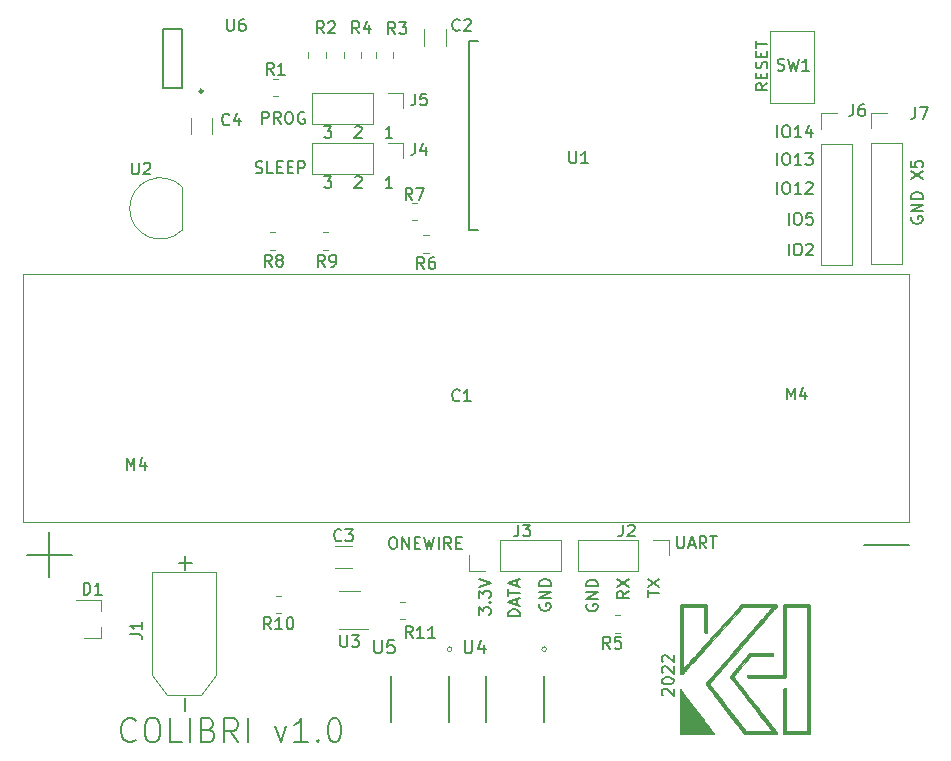
<source format=gbr>
%TF.GenerationSoftware,KiCad,Pcbnew,(5.1.12)-1*%
%TF.CreationDate,2022-02-03T12:58:41+01:00*%
%TF.ProjectId,colibri_01,636f6c69-6272-4695-9f30-312e6b696361,rev?*%
%TF.SameCoordinates,Original*%
%TF.FileFunction,Legend,Top*%
%TF.FilePolarity,Positive*%
%FSLAX46Y46*%
G04 Gerber Fmt 4.6, Leading zero omitted, Abs format (unit mm)*
G04 Created by KiCad (PCBNEW (5.1.12)-1) date 2022-02-03 12:58:41*
%MOMM*%
%LPD*%
G01*
G04 APERTURE LIST*
%ADD10C,0.150000*%
%ADD11C,0.010000*%
%ADD12C,0.152400*%
%ADD13C,0.120000*%
%ADD14C,0.249999*%
%ADD15C,0.127000*%
%ADD16C,0.100000*%
G04 APERTURE END LIST*
D10*
X166547619Y-116214285D02*
X166500000Y-116166666D01*
X166452380Y-116071428D01*
X166452380Y-115833333D01*
X166500000Y-115738095D01*
X166547619Y-115690476D01*
X166642857Y-115642857D01*
X166738095Y-115642857D01*
X166880952Y-115690476D01*
X167452380Y-116261904D01*
X167452380Y-115642857D01*
X166452380Y-115023809D02*
X166452380Y-114928571D01*
X166500000Y-114833333D01*
X166547619Y-114785714D01*
X166642857Y-114738095D01*
X166833333Y-114690476D01*
X167071428Y-114690476D01*
X167261904Y-114738095D01*
X167357142Y-114785714D01*
X167404761Y-114833333D01*
X167452380Y-114928571D01*
X167452380Y-115023809D01*
X167404761Y-115119047D01*
X167357142Y-115166666D01*
X167261904Y-115214285D01*
X167071428Y-115261904D01*
X166833333Y-115261904D01*
X166642857Y-115214285D01*
X166547619Y-115166666D01*
X166500000Y-115119047D01*
X166452380Y-115023809D01*
X166547619Y-114309523D02*
X166500000Y-114261904D01*
X166452380Y-114166666D01*
X166452380Y-113928571D01*
X166500000Y-113833333D01*
X166547619Y-113785714D01*
X166642857Y-113738095D01*
X166738095Y-113738095D01*
X166880952Y-113785714D01*
X167452380Y-114357142D01*
X167452380Y-113738095D01*
X166547619Y-113357142D02*
X166500000Y-113309523D01*
X166452380Y-113214285D01*
X166452380Y-112976190D01*
X166500000Y-112880952D01*
X166547619Y-112833333D01*
X166642857Y-112785714D01*
X166738095Y-112785714D01*
X166880952Y-112833333D01*
X167452380Y-113404761D01*
X167452380Y-112785714D01*
X121904761Y-119964285D02*
X121809523Y-120059523D01*
X121523809Y-120154761D01*
X121333333Y-120154761D01*
X121047619Y-120059523D01*
X120857142Y-119869047D01*
X120761904Y-119678571D01*
X120666666Y-119297619D01*
X120666666Y-119011904D01*
X120761904Y-118630952D01*
X120857142Y-118440476D01*
X121047619Y-118250000D01*
X121333333Y-118154761D01*
X121523809Y-118154761D01*
X121809523Y-118250000D01*
X121904761Y-118345238D01*
X123142857Y-118154761D02*
X123523809Y-118154761D01*
X123714285Y-118250000D01*
X123904761Y-118440476D01*
X124000000Y-118821428D01*
X124000000Y-119488095D01*
X123904761Y-119869047D01*
X123714285Y-120059523D01*
X123523809Y-120154761D01*
X123142857Y-120154761D01*
X122952380Y-120059523D01*
X122761904Y-119869047D01*
X122666666Y-119488095D01*
X122666666Y-118821428D01*
X122761904Y-118440476D01*
X122952380Y-118250000D01*
X123142857Y-118154761D01*
X125809523Y-120154761D02*
X124857142Y-120154761D01*
X124857142Y-118154761D01*
X126476190Y-120154761D02*
X126476190Y-118154761D01*
X128095238Y-119107142D02*
X128380952Y-119202380D01*
X128476190Y-119297619D01*
X128571428Y-119488095D01*
X128571428Y-119773809D01*
X128476190Y-119964285D01*
X128380952Y-120059523D01*
X128190476Y-120154761D01*
X127428571Y-120154761D01*
X127428571Y-118154761D01*
X128095238Y-118154761D01*
X128285714Y-118250000D01*
X128380952Y-118345238D01*
X128476190Y-118535714D01*
X128476190Y-118726190D01*
X128380952Y-118916666D01*
X128285714Y-119011904D01*
X128095238Y-119107142D01*
X127428571Y-119107142D01*
X130571428Y-120154761D02*
X129904761Y-119202380D01*
X129428571Y-120154761D02*
X129428571Y-118154761D01*
X130190476Y-118154761D01*
X130380952Y-118250000D01*
X130476190Y-118345238D01*
X130571428Y-118535714D01*
X130571428Y-118821428D01*
X130476190Y-119011904D01*
X130380952Y-119107142D01*
X130190476Y-119202380D01*
X129428571Y-119202380D01*
X131428571Y-120154761D02*
X131428571Y-118154761D01*
X133714285Y-118821428D02*
X134190476Y-120154761D01*
X134666666Y-118821428D01*
X136476190Y-120154761D02*
X135333333Y-120154761D01*
X135904761Y-120154761D02*
X135904761Y-118154761D01*
X135714285Y-118440476D01*
X135523809Y-118630952D01*
X135333333Y-118726190D01*
X137333333Y-119964285D02*
X137428571Y-120059523D01*
X137333333Y-120154761D01*
X137238095Y-120059523D01*
X137333333Y-119964285D01*
X137333333Y-120154761D01*
X138666666Y-118154761D02*
X138857142Y-118154761D01*
X139047619Y-118250000D01*
X139142857Y-118345238D01*
X139238095Y-118535714D01*
X139333333Y-118916666D01*
X139333333Y-119392857D01*
X139238095Y-119773809D01*
X139142857Y-119964285D01*
X139047619Y-120059523D01*
X138857142Y-120154761D01*
X138666666Y-120154761D01*
X138476190Y-120059523D01*
X138380952Y-119964285D01*
X138285714Y-119773809D01*
X138190476Y-119392857D01*
X138190476Y-118916666D01*
X138285714Y-118535714D01*
X138380952Y-118345238D01*
X138476190Y-118250000D01*
X138666666Y-118154761D01*
X187600000Y-75695238D02*
X187552380Y-75790476D01*
X187552380Y-75933333D01*
X187600000Y-76076190D01*
X187695238Y-76171428D01*
X187790476Y-76219047D01*
X187980952Y-76266666D01*
X188123809Y-76266666D01*
X188314285Y-76219047D01*
X188409523Y-76171428D01*
X188504761Y-76076190D01*
X188552380Y-75933333D01*
X188552380Y-75838095D01*
X188504761Y-75695238D01*
X188457142Y-75647619D01*
X188123809Y-75647619D01*
X188123809Y-75838095D01*
X188552380Y-75219047D02*
X187552380Y-75219047D01*
X188552380Y-74647619D01*
X187552380Y-74647619D01*
X188552380Y-74171428D02*
X187552380Y-74171428D01*
X187552380Y-73933333D01*
X187600000Y-73790476D01*
X187695238Y-73695238D01*
X187790476Y-73647619D01*
X187980952Y-73600000D01*
X188123809Y-73600000D01*
X188314285Y-73647619D01*
X188409523Y-73695238D01*
X188504761Y-73790476D01*
X188552380Y-73933333D01*
X188552380Y-74171428D01*
X187552380Y-72504761D02*
X188552380Y-71838095D01*
X187552380Y-71838095D02*
X188552380Y-72504761D01*
X187552380Y-70980952D02*
X187552380Y-71457142D01*
X188028571Y-71504761D01*
X187980952Y-71457142D01*
X187933333Y-71361904D01*
X187933333Y-71123809D01*
X187980952Y-71028571D01*
X188028571Y-70980952D01*
X188123809Y-70933333D01*
X188361904Y-70933333D01*
X188457142Y-70980952D01*
X188504761Y-71028571D01*
X188552380Y-71123809D01*
X188552380Y-71361904D01*
X188504761Y-71457142D01*
X188457142Y-71504761D01*
X176223809Y-68952380D02*
X176223809Y-67952380D01*
X176890476Y-67952380D02*
X177080952Y-67952380D01*
X177176190Y-68000000D01*
X177271428Y-68095238D01*
X177319047Y-68285714D01*
X177319047Y-68619047D01*
X177271428Y-68809523D01*
X177176190Y-68904761D01*
X177080952Y-68952380D01*
X176890476Y-68952380D01*
X176795238Y-68904761D01*
X176700000Y-68809523D01*
X176652380Y-68619047D01*
X176652380Y-68285714D01*
X176700000Y-68095238D01*
X176795238Y-68000000D01*
X176890476Y-67952380D01*
X178271428Y-68952380D02*
X177700000Y-68952380D01*
X177985714Y-68952380D02*
X177985714Y-67952380D01*
X177890476Y-68095238D01*
X177795238Y-68190476D01*
X177700000Y-68238095D01*
X179128571Y-68285714D02*
X179128571Y-68952380D01*
X178890476Y-67904761D02*
X178652380Y-68619047D01*
X179271428Y-68619047D01*
X176223809Y-71302380D02*
X176223809Y-70302380D01*
X176890476Y-70302380D02*
X177080952Y-70302380D01*
X177176190Y-70350000D01*
X177271428Y-70445238D01*
X177319047Y-70635714D01*
X177319047Y-70969047D01*
X177271428Y-71159523D01*
X177176190Y-71254761D01*
X177080952Y-71302380D01*
X176890476Y-71302380D01*
X176795238Y-71254761D01*
X176700000Y-71159523D01*
X176652380Y-70969047D01*
X176652380Y-70635714D01*
X176700000Y-70445238D01*
X176795238Y-70350000D01*
X176890476Y-70302380D01*
X178271428Y-71302380D02*
X177700000Y-71302380D01*
X177985714Y-71302380D02*
X177985714Y-70302380D01*
X177890476Y-70445238D01*
X177795238Y-70540476D01*
X177700000Y-70588095D01*
X178604761Y-70302380D02*
X179223809Y-70302380D01*
X178890476Y-70683333D01*
X179033333Y-70683333D01*
X179128571Y-70730952D01*
X179176190Y-70778571D01*
X179223809Y-70873809D01*
X179223809Y-71111904D01*
X179176190Y-71207142D01*
X179128571Y-71254761D01*
X179033333Y-71302380D01*
X178747619Y-71302380D01*
X178652380Y-71254761D01*
X178604761Y-71207142D01*
X176223809Y-73752380D02*
X176223809Y-72752380D01*
X176890476Y-72752380D02*
X177080952Y-72752380D01*
X177176190Y-72800000D01*
X177271428Y-72895238D01*
X177319047Y-73085714D01*
X177319047Y-73419047D01*
X177271428Y-73609523D01*
X177176190Y-73704761D01*
X177080952Y-73752380D01*
X176890476Y-73752380D01*
X176795238Y-73704761D01*
X176700000Y-73609523D01*
X176652380Y-73419047D01*
X176652380Y-73085714D01*
X176700000Y-72895238D01*
X176795238Y-72800000D01*
X176890476Y-72752380D01*
X178271428Y-73752380D02*
X177700000Y-73752380D01*
X177985714Y-73752380D02*
X177985714Y-72752380D01*
X177890476Y-72895238D01*
X177795238Y-72990476D01*
X177700000Y-73038095D01*
X178652380Y-72847619D02*
X178700000Y-72800000D01*
X178795238Y-72752380D01*
X179033333Y-72752380D01*
X179128571Y-72800000D01*
X179176190Y-72847619D01*
X179223809Y-72942857D01*
X179223809Y-73038095D01*
X179176190Y-73180952D01*
X178604761Y-73752380D01*
X179223809Y-73752380D01*
X177200000Y-76352380D02*
X177200000Y-75352380D01*
X177866666Y-75352380D02*
X178057142Y-75352380D01*
X178152380Y-75400000D01*
X178247619Y-75495238D01*
X178295238Y-75685714D01*
X178295238Y-76019047D01*
X178247619Y-76209523D01*
X178152380Y-76304761D01*
X178057142Y-76352380D01*
X177866666Y-76352380D01*
X177771428Y-76304761D01*
X177676190Y-76209523D01*
X177628571Y-76019047D01*
X177628571Y-75685714D01*
X177676190Y-75495238D01*
X177771428Y-75400000D01*
X177866666Y-75352380D01*
X179200000Y-75352380D02*
X178723809Y-75352380D01*
X178676190Y-75828571D01*
X178723809Y-75780952D01*
X178819047Y-75733333D01*
X179057142Y-75733333D01*
X179152380Y-75780952D01*
X179200000Y-75828571D01*
X179247619Y-75923809D01*
X179247619Y-76161904D01*
X179200000Y-76257142D01*
X179152380Y-76304761D01*
X179057142Y-76352380D01*
X178819047Y-76352380D01*
X178723809Y-76304761D01*
X178676190Y-76257142D01*
X177200000Y-78952380D02*
X177200000Y-77952380D01*
X177866666Y-77952380D02*
X178057142Y-77952380D01*
X178152380Y-78000000D01*
X178247619Y-78095238D01*
X178295238Y-78285714D01*
X178295238Y-78619047D01*
X178247619Y-78809523D01*
X178152380Y-78904761D01*
X178057142Y-78952380D01*
X177866666Y-78952380D01*
X177771428Y-78904761D01*
X177676190Y-78809523D01*
X177628571Y-78619047D01*
X177628571Y-78285714D01*
X177676190Y-78095238D01*
X177771428Y-78000000D01*
X177866666Y-77952380D01*
X178676190Y-78047619D02*
X178723809Y-78000000D01*
X178819047Y-77952380D01*
X179057142Y-77952380D01*
X179152380Y-78000000D01*
X179200000Y-78047619D01*
X179247619Y-78142857D01*
X179247619Y-78238095D01*
X179200000Y-78380952D01*
X178628571Y-78952380D01*
X179247619Y-78952380D01*
X175402380Y-64402380D02*
X174926190Y-64735714D01*
X175402380Y-64973809D02*
X174402380Y-64973809D01*
X174402380Y-64592857D01*
X174450000Y-64497619D01*
X174497619Y-64450000D01*
X174592857Y-64402380D01*
X174735714Y-64402380D01*
X174830952Y-64450000D01*
X174878571Y-64497619D01*
X174926190Y-64592857D01*
X174926190Y-64973809D01*
X174878571Y-63973809D02*
X174878571Y-63640476D01*
X175402380Y-63497619D02*
X175402380Y-63973809D01*
X174402380Y-63973809D01*
X174402380Y-63497619D01*
X175354761Y-63116666D02*
X175402380Y-62973809D01*
X175402380Y-62735714D01*
X175354761Y-62640476D01*
X175307142Y-62592857D01*
X175211904Y-62545238D01*
X175116666Y-62545238D01*
X175021428Y-62592857D01*
X174973809Y-62640476D01*
X174926190Y-62735714D01*
X174878571Y-62926190D01*
X174830952Y-63021428D01*
X174783333Y-63069047D01*
X174688095Y-63116666D01*
X174592857Y-63116666D01*
X174497619Y-63069047D01*
X174450000Y-63021428D01*
X174402380Y-62926190D01*
X174402380Y-62688095D01*
X174450000Y-62545238D01*
X174878571Y-62116666D02*
X174878571Y-61783333D01*
X175402380Y-61640476D02*
X175402380Y-62116666D01*
X174402380Y-62116666D01*
X174402380Y-61640476D01*
X174402380Y-61354761D02*
X174402380Y-60783333D01*
X175402380Y-61069047D02*
X174402380Y-61069047D01*
X143635714Y-69002380D02*
X143064285Y-69002380D01*
X143350000Y-69002380D02*
X143350000Y-68002380D01*
X143254761Y-68145238D01*
X143159523Y-68240476D01*
X143064285Y-68288095D01*
X140464285Y-68097619D02*
X140511904Y-68050000D01*
X140607142Y-68002380D01*
X140845238Y-68002380D01*
X140940476Y-68050000D01*
X140988095Y-68097619D01*
X141035714Y-68192857D01*
X141035714Y-68288095D01*
X140988095Y-68430952D01*
X140416666Y-69002380D01*
X141035714Y-69002380D01*
X137866666Y-68002380D02*
X138485714Y-68002380D01*
X138152380Y-68383333D01*
X138295238Y-68383333D01*
X138390476Y-68430952D01*
X138438095Y-68478571D01*
X138485714Y-68573809D01*
X138485714Y-68811904D01*
X138438095Y-68907142D01*
X138390476Y-68954761D01*
X138295238Y-69002380D01*
X138009523Y-69002380D01*
X137914285Y-68954761D01*
X137866666Y-68907142D01*
X143635714Y-73252380D02*
X143064285Y-73252380D01*
X143350000Y-73252380D02*
X143350000Y-72252380D01*
X143254761Y-72395238D01*
X143159523Y-72490476D01*
X143064285Y-72538095D01*
X140464285Y-72347619D02*
X140511904Y-72300000D01*
X140607142Y-72252380D01*
X140845238Y-72252380D01*
X140940476Y-72300000D01*
X140988095Y-72347619D01*
X141035714Y-72442857D01*
X141035714Y-72538095D01*
X140988095Y-72680952D01*
X140416666Y-73252380D01*
X141035714Y-73252380D01*
X137866666Y-72252380D02*
X138485714Y-72252380D01*
X138152380Y-72633333D01*
X138295238Y-72633333D01*
X138390476Y-72680952D01*
X138438095Y-72728571D01*
X138485714Y-72823809D01*
X138485714Y-73061904D01*
X138438095Y-73157142D01*
X138390476Y-73204761D01*
X138295238Y-73252380D01*
X138009523Y-73252380D01*
X137914285Y-73204761D01*
X137866666Y-73157142D01*
X132614285Y-67802380D02*
X132614285Y-66802380D01*
X132995238Y-66802380D01*
X133090476Y-66850000D01*
X133138095Y-66897619D01*
X133185714Y-66992857D01*
X133185714Y-67135714D01*
X133138095Y-67230952D01*
X133090476Y-67278571D01*
X132995238Y-67326190D01*
X132614285Y-67326190D01*
X134185714Y-67802380D02*
X133852380Y-67326190D01*
X133614285Y-67802380D02*
X133614285Y-66802380D01*
X133995238Y-66802380D01*
X134090476Y-66850000D01*
X134138095Y-66897619D01*
X134185714Y-66992857D01*
X134185714Y-67135714D01*
X134138095Y-67230952D01*
X134090476Y-67278571D01*
X133995238Y-67326190D01*
X133614285Y-67326190D01*
X134804761Y-66802380D02*
X134995238Y-66802380D01*
X135090476Y-66850000D01*
X135185714Y-66945238D01*
X135233333Y-67135714D01*
X135233333Y-67469047D01*
X135185714Y-67659523D01*
X135090476Y-67754761D01*
X134995238Y-67802380D01*
X134804761Y-67802380D01*
X134709523Y-67754761D01*
X134614285Y-67659523D01*
X134566666Y-67469047D01*
X134566666Y-67135714D01*
X134614285Y-66945238D01*
X134709523Y-66850000D01*
X134804761Y-66802380D01*
X136185714Y-66850000D02*
X136090476Y-66802380D01*
X135947619Y-66802380D01*
X135804761Y-66850000D01*
X135709523Y-66945238D01*
X135661904Y-67040476D01*
X135614285Y-67230952D01*
X135614285Y-67373809D01*
X135661904Y-67564285D01*
X135709523Y-67659523D01*
X135804761Y-67754761D01*
X135947619Y-67802380D01*
X136042857Y-67802380D01*
X136185714Y-67754761D01*
X136233333Y-67707142D01*
X136233333Y-67373809D01*
X136042857Y-67373809D01*
X132054761Y-71954761D02*
X132197619Y-72002380D01*
X132435714Y-72002380D01*
X132530952Y-71954761D01*
X132578571Y-71907142D01*
X132626190Y-71811904D01*
X132626190Y-71716666D01*
X132578571Y-71621428D01*
X132530952Y-71573809D01*
X132435714Y-71526190D01*
X132245238Y-71478571D01*
X132150000Y-71430952D01*
X132102380Y-71383333D01*
X132054761Y-71288095D01*
X132054761Y-71192857D01*
X132102380Y-71097619D01*
X132150000Y-71050000D01*
X132245238Y-71002380D01*
X132483333Y-71002380D01*
X132626190Y-71050000D01*
X133530952Y-72002380D02*
X133054761Y-72002380D01*
X133054761Y-71002380D01*
X133864285Y-71478571D02*
X134197619Y-71478571D01*
X134340476Y-72002380D02*
X133864285Y-72002380D01*
X133864285Y-71002380D01*
X134340476Y-71002380D01*
X134769047Y-71478571D02*
X135102380Y-71478571D01*
X135245238Y-72002380D02*
X134769047Y-72002380D01*
X134769047Y-71002380D01*
X135245238Y-71002380D01*
X135673809Y-72002380D02*
X135673809Y-71002380D01*
X136054761Y-71002380D01*
X136150000Y-71050000D01*
X136197619Y-71097619D01*
X136245238Y-71192857D01*
X136245238Y-71335714D01*
X136197619Y-71430952D01*
X136150000Y-71478571D01*
X136054761Y-71526190D01*
X135673809Y-71526190D01*
X183595238Y-103457142D02*
X187404761Y-103457142D01*
X112695238Y-104307142D02*
X116504761Y-104307142D01*
X114600000Y-106211904D02*
X114600000Y-102402380D01*
X167754761Y-102752380D02*
X167754761Y-103561904D01*
X167802380Y-103657142D01*
X167850000Y-103704761D01*
X167945238Y-103752380D01*
X168135714Y-103752380D01*
X168230952Y-103704761D01*
X168278571Y-103657142D01*
X168326190Y-103561904D01*
X168326190Y-102752380D01*
X168754761Y-103466666D02*
X169230952Y-103466666D01*
X168659523Y-103752380D02*
X168992857Y-102752380D01*
X169326190Y-103752380D01*
X170230952Y-103752380D02*
X169897619Y-103276190D01*
X169659523Y-103752380D02*
X169659523Y-102752380D01*
X170040476Y-102752380D01*
X170135714Y-102800000D01*
X170183333Y-102847619D01*
X170230952Y-102942857D01*
X170230952Y-103085714D01*
X170183333Y-103180952D01*
X170135714Y-103228571D01*
X170040476Y-103276190D01*
X169659523Y-103276190D01*
X170516666Y-102752380D02*
X171088095Y-102752380D01*
X170802380Y-103752380D02*
X170802380Y-102752380D01*
X165252380Y-107861904D02*
X165252380Y-107290476D01*
X166252380Y-107576190D02*
X165252380Y-107576190D01*
X165252380Y-107052380D02*
X166252380Y-106385714D01*
X165252380Y-106385714D02*
X166252380Y-107052380D01*
X163652380Y-107366666D02*
X163176190Y-107700000D01*
X163652380Y-107938095D02*
X162652380Y-107938095D01*
X162652380Y-107557142D01*
X162700000Y-107461904D01*
X162747619Y-107414285D01*
X162842857Y-107366666D01*
X162985714Y-107366666D01*
X163080952Y-107414285D01*
X163128571Y-107461904D01*
X163176190Y-107557142D01*
X163176190Y-107938095D01*
X162652380Y-107033333D02*
X163652380Y-106366666D01*
X162652380Y-106366666D02*
X163652380Y-107033333D01*
X160100000Y-108511904D02*
X160052380Y-108607142D01*
X160052380Y-108750000D01*
X160100000Y-108892857D01*
X160195238Y-108988095D01*
X160290476Y-109035714D01*
X160480952Y-109083333D01*
X160623809Y-109083333D01*
X160814285Y-109035714D01*
X160909523Y-108988095D01*
X161004761Y-108892857D01*
X161052380Y-108750000D01*
X161052380Y-108654761D01*
X161004761Y-108511904D01*
X160957142Y-108464285D01*
X160623809Y-108464285D01*
X160623809Y-108654761D01*
X161052380Y-108035714D02*
X160052380Y-108035714D01*
X161052380Y-107464285D01*
X160052380Y-107464285D01*
X161052380Y-106988095D02*
X160052380Y-106988095D01*
X160052380Y-106750000D01*
X160100000Y-106607142D01*
X160195238Y-106511904D01*
X160290476Y-106464285D01*
X160480952Y-106416666D01*
X160623809Y-106416666D01*
X160814285Y-106464285D01*
X160909523Y-106511904D01*
X161004761Y-106607142D01*
X161052380Y-106750000D01*
X161052380Y-106988095D01*
X156100000Y-108461904D02*
X156052380Y-108557142D01*
X156052380Y-108700000D01*
X156100000Y-108842857D01*
X156195238Y-108938095D01*
X156290476Y-108985714D01*
X156480952Y-109033333D01*
X156623809Y-109033333D01*
X156814285Y-108985714D01*
X156909523Y-108938095D01*
X157004761Y-108842857D01*
X157052380Y-108700000D01*
X157052380Y-108604761D01*
X157004761Y-108461904D01*
X156957142Y-108414285D01*
X156623809Y-108414285D01*
X156623809Y-108604761D01*
X157052380Y-107985714D02*
X156052380Y-107985714D01*
X157052380Y-107414285D01*
X156052380Y-107414285D01*
X157052380Y-106938095D02*
X156052380Y-106938095D01*
X156052380Y-106700000D01*
X156100000Y-106557142D01*
X156195238Y-106461904D01*
X156290476Y-106414285D01*
X156480952Y-106366666D01*
X156623809Y-106366666D01*
X156814285Y-106414285D01*
X156909523Y-106461904D01*
X157004761Y-106557142D01*
X157052380Y-106700000D01*
X157052380Y-106938095D01*
X154452380Y-109500000D02*
X153452380Y-109500000D01*
X153452380Y-109261904D01*
X153500000Y-109119047D01*
X153595238Y-109023809D01*
X153690476Y-108976190D01*
X153880952Y-108928571D01*
X154023809Y-108928571D01*
X154214285Y-108976190D01*
X154309523Y-109023809D01*
X154404761Y-109119047D01*
X154452380Y-109261904D01*
X154452380Y-109500000D01*
X154166666Y-108547619D02*
X154166666Y-108071428D01*
X154452380Y-108642857D02*
X153452380Y-108309523D01*
X154452380Y-107976190D01*
X153452380Y-107785714D02*
X153452380Y-107214285D01*
X154452380Y-107500000D02*
X153452380Y-107500000D01*
X154166666Y-106928571D02*
X154166666Y-106452380D01*
X154452380Y-107023809D02*
X153452380Y-106690476D01*
X154452380Y-106357142D01*
X150952380Y-109376190D02*
X150952380Y-108757142D01*
X151333333Y-109090476D01*
X151333333Y-108947619D01*
X151380952Y-108852380D01*
X151428571Y-108804761D01*
X151523809Y-108757142D01*
X151761904Y-108757142D01*
X151857142Y-108804761D01*
X151904761Y-108852380D01*
X151952380Y-108947619D01*
X151952380Y-109233333D01*
X151904761Y-109328571D01*
X151857142Y-109376190D01*
X151857142Y-108328571D02*
X151904761Y-108280952D01*
X151952380Y-108328571D01*
X151904761Y-108376190D01*
X151857142Y-108328571D01*
X151952380Y-108328571D01*
X150952380Y-107947619D02*
X150952380Y-107328571D01*
X151333333Y-107661904D01*
X151333333Y-107519047D01*
X151380952Y-107423809D01*
X151428571Y-107376190D01*
X151523809Y-107328571D01*
X151761904Y-107328571D01*
X151857142Y-107376190D01*
X151904761Y-107423809D01*
X151952380Y-107519047D01*
X151952380Y-107804761D01*
X151904761Y-107900000D01*
X151857142Y-107947619D01*
X150952380Y-107042857D02*
X151952380Y-106709523D01*
X150952380Y-106376190D01*
X143616666Y-102802380D02*
X143807142Y-102802380D01*
X143902380Y-102850000D01*
X143997619Y-102945238D01*
X144045238Y-103135714D01*
X144045238Y-103469047D01*
X143997619Y-103659523D01*
X143902380Y-103754761D01*
X143807142Y-103802380D01*
X143616666Y-103802380D01*
X143521428Y-103754761D01*
X143426190Y-103659523D01*
X143378571Y-103469047D01*
X143378571Y-103135714D01*
X143426190Y-102945238D01*
X143521428Y-102850000D01*
X143616666Y-102802380D01*
X144473809Y-103802380D02*
X144473809Y-102802380D01*
X145045238Y-103802380D01*
X145045238Y-102802380D01*
X145521428Y-103278571D02*
X145854761Y-103278571D01*
X145997619Y-103802380D02*
X145521428Y-103802380D01*
X145521428Y-102802380D01*
X145997619Y-102802380D01*
X146330952Y-102802380D02*
X146569047Y-103802380D01*
X146759523Y-103088095D01*
X146950000Y-103802380D01*
X147188095Y-102802380D01*
X147569047Y-103802380D02*
X147569047Y-102802380D01*
X148616666Y-103802380D02*
X148283333Y-103326190D01*
X148045238Y-103802380D02*
X148045238Y-102802380D01*
X148426190Y-102802380D01*
X148521428Y-102850000D01*
X148569047Y-102897619D01*
X148616666Y-102992857D01*
X148616666Y-103135714D01*
X148569047Y-103230952D01*
X148521428Y-103278571D01*
X148426190Y-103326190D01*
X148045238Y-103326190D01*
X149045238Y-103278571D02*
X149378571Y-103278571D01*
X149521428Y-103802380D02*
X149045238Y-103802380D01*
X149045238Y-102802380D01*
X149521428Y-102802380D01*
D11*
%TO.C,G\u002A\u002A\u002A*%
G36*
X168034614Y-115699928D02*
G01*
X168050525Y-115707899D01*
X168053205Y-115710531D01*
X168057433Y-115715891D01*
X168067779Y-115729347D01*
X168083995Y-115750572D01*
X168105832Y-115779237D01*
X168133041Y-115815011D01*
X168165373Y-115857567D01*
X168202579Y-115906576D01*
X168244411Y-115961709D01*
X168290620Y-116022636D01*
X168340956Y-116089029D01*
X168395172Y-116160560D01*
X168453019Y-116236899D01*
X168514247Y-116317717D01*
X168578608Y-116402686D01*
X168645854Y-116491476D01*
X168715734Y-116583759D01*
X168788002Y-116679207D01*
X168862407Y-116777489D01*
X168938701Y-116878277D01*
X169016635Y-116981243D01*
X169095960Y-117086057D01*
X169176428Y-117192390D01*
X169257790Y-117299914D01*
X169339797Y-117408300D01*
X169422201Y-117517219D01*
X169504751Y-117626343D01*
X169587201Y-117735341D01*
X169669300Y-117843885D01*
X169750800Y-117951647D01*
X169831453Y-118058298D01*
X169911010Y-118163508D01*
X169989221Y-118266949D01*
X170065838Y-118368292D01*
X170140612Y-118467208D01*
X170213294Y-118563368D01*
X170283636Y-118656444D01*
X170351389Y-118746106D01*
X170416304Y-118832026D01*
X170478133Y-118913874D01*
X170536625Y-118991322D01*
X170591534Y-119064042D01*
X170642609Y-119131703D01*
X170689602Y-119193977D01*
X170732265Y-119250536D01*
X170770348Y-119301050D01*
X170803603Y-119345191D01*
X170831781Y-119382630D01*
X170854633Y-119413038D01*
X170871910Y-119436085D01*
X170883364Y-119451444D01*
X170888746Y-119458785D01*
X170889128Y-119459354D01*
X170893969Y-119477045D01*
X170889849Y-119493681D01*
X170877831Y-119506119D01*
X170872437Y-119508719D01*
X170866150Y-119509124D01*
X170849809Y-119509513D01*
X170823945Y-119509886D01*
X170789089Y-119510243D01*
X170745769Y-119510584D01*
X170694518Y-119510908D01*
X170635864Y-119511216D01*
X170570339Y-119511506D01*
X170498471Y-119511779D01*
X170420792Y-119512034D01*
X170337832Y-119512271D01*
X170250120Y-119512490D01*
X170158188Y-119512690D01*
X170062564Y-119512872D01*
X169963780Y-119513034D01*
X169862365Y-119513177D01*
X169758850Y-119513301D01*
X169653766Y-119513405D01*
X169547641Y-119513489D01*
X169441006Y-119513552D01*
X169334392Y-119513595D01*
X169228329Y-119513617D01*
X169123347Y-119513617D01*
X169019975Y-119513596D01*
X168918745Y-119513554D01*
X168820187Y-119513489D01*
X168724830Y-119513403D01*
X168633205Y-119513293D01*
X168545842Y-119513161D01*
X168463271Y-119513006D01*
X168386022Y-119512828D01*
X168314627Y-119512626D01*
X168249614Y-119512400D01*
X168191514Y-119512150D01*
X168140857Y-119511876D01*
X168098173Y-119511577D01*
X168063993Y-119511253D01*
X168038847Y-119510904D01*
X168023265Y-119510529D01*
X168017833Y-119510162D01*
X168007451Y-119504375D01*
X168000635Y-119499176D01*
X167999810Y-119498103D01*
X167999035Y-119496148D01*
X167998310Y-119492989D01*
X167997631Y-119488302D01*
X167996998Y-119481763D01*
X167996409Y-119473049D01*
X167995863Y-119461837D01*
X167995357Y-119447803D01*
X167994891Y-119430623D01*
X167994462Y-119409974D01*
X167994070Y-119385532D01*
X167993712Y-119356975D01*
X167993387Y-119323978D01*
X167993093Y-119286217D01*
X167992830Y-119243370D01*
X167992594Y-119195114D01*
X167992385Y-119141123D01*
X167992202Y-119081075D01*
X167992041Y-119014647D01*
X167991903Y-118941514D01*
X167991785Y-118861354D01*
X167991685Y-118773843D01*
X167991603Y-118678657D01*
X167991537Y-118575472D01*
X167991484Y-118463966D01*
X167991444Y-118343815D01*
X167991415Y-118214695D01*
X167991395Y-118076283D01*
X167991382Y-117928256D01*
X167991376Y-117770289D01*
X167991375Y-117603625D01*
X167991376Y-117435634D01*
X167991381Y-117277902D01*
X167991391Y-117130105D01*
X167991408Y-116991918D01*
X167991434Y-116863016D01*
X167991471Y-116743076D01*
X167991519Y-116631772D01*
X167991581Y-116528780D01*
X167991658Y-116433776D01*
X167991752Y-116346435D01*
X167991865Y-116266433D01*
X167991997Y-116193445D01*
X167992152Y-116127147D01*
X167992331Y-116067215D01*
X167992534Y-116013324D01*
X167992764Y-115965149D01*
X167993023Y-115922366D01*
X167993313Y-115884651D01*
X167993633Y-115851680D01*
X167993988Y-115823127D01*
X167994377Y-115798668D01*
X167994804Y-115777979D01*
X167995269Y-115760735D01*
X167995774Y-115746613D01*
X167996320Y-115735287D01*
X167996910Y-115726433D01*
X167997546Y-115719726D01*
X167998228Y-115714843D01*
X167998958Y-115711458D01*
X167999738Y-115709247D01*
X168000570Y-115707887D01*
X168001052Y-115707382D01*
X168016678Y-115699668D01*
X168034614Y-115699928D01*
G37*
X168034614Y-115699928D02*
X168050525Y-115707899D01*
X168053205Y-115710531D01*
X168057433Y-115715891D01*
X168067779Y-115729347D01*
X168083995Y-115750572D01*
X168105832Y-115779237D01*
X168133041Y-115815011D01*
X168165373Y-115857567D01*
X168202579Y-115906576D01*
X168244411Y-115961709D01*
X168290620Y-116022636D01*
X168340956Y-116089029D01*
X168395172Y-116160560D01*
X168453019Y-116236899D01*
X168514247Y-116317717D01*
X168578608Y-116402686D01*
X168645854Y-116491476D01*
X168715734Y-116583759D01*
X168788002Y-116679207D01*
X168862407Y-116777489D01*
X168938701Y-116878277D01*
X169016635Y-116981243D01*
X169095960Y-117086057D01*
X169176428Y-117192390D01*
X169257790Y-117299914D01*
X169339797Y-117408300D01*
X169422201Y-117517219D01*
X169504751Y-117626343D01*
X169587201Y-117735341D01*
X169669300Y-117843885D01*
X169750800Y-117951647D01*
X169831453Y-118058298D01*
X169911010Y-118163508D01*
X169989221Y-118266949D01*
X170065838Y-118368292D01*
X170140612Y-118467208D01*
X170213294Y-118563368D01*
X170283636Y-118656444D01*
X170351389Y-118746106D01*
X170416304Y-118832026D01*
X170478133Y-118913874D01*
X170536625Y-118991322D01*
X170591534Y-119064042D01*
X170642609Y-119131703D01*
X170689602Y-119193977D01*
X170732265Y-119250536D01*
X170770348Y-119301050D01*
X170803603Y-119345191D01*
X170831781Y-119382630D01*
X170854633Y-119413038D01*
X170871910Y-119436085D01*
X170883364Y-119451444D01*
X170888746Y-119458785D01*
X170889128Y-119459354D01*
X170893969Y-119477045D01*
X170889849Y-119493681D01*
X170877831Y-119506119D01*
X170872437Y-119508719D01*
X170866150Y-119509124D01*
X170849809Y-119509513D01*
X170823945Y-119509886D01*
X170789089Y-119510243D01*
X170745769Y-119510584D01*
X170694518Y-119510908D01*
X170635864Y-119511216D01*
X170570339Y-119511506D01*
X170498471Y-119511779D01*
X170420792Y-119512034D01*
X170337832Y-119512271D01*
X170250120Y-119512490D01*
X170158188Y-119512690D01*
X170062564Y-119512872D01*
X169963780Y-119513034D01*
X169862365Y-119513177D01*
X169758850Y-119513301D01*
X169653766Y-119513405D01*
X169547641Y-119513489D01*
X169441006Y-119513552D01*
X169334392Y-119513595D01*
X169228329Y-119513617D01*
X169123347Y-119513617D01*
X169019975Y-119513596D01*
X168918745Y-119513554D01*
X168820187Y-119513489D01*
X168724830Y-119513403D01*
X168633205Y-119513293D01*
X168545842Y-119513161D01*
X168463271Y-119513006D01*
X168386022Y-119512828D01*
X168314627Y-119512626D01*
X168249614Y-119512400D01*
X168191514Y-119512150D01*
X168140857Y-119511876D01*
X168098173Y-119511577D01*
X168063993Y-119511253D01*
X168038847Y-119510904D01*
X168023265Y-119510529D01*
X168017833Y-119510162D01*
X168007451Y-119504375D01*
X168000635Y-119499176D01*
X167999810Y-119498103D01*
X167999035Y-119496148D01*
X167998310Y-119492989D01*
X167997631Y-119488302D01*
X167996998Y-119481763D01*
X167996409Y-119473049D01*
X167995863Y-119461837D01*
X167995357Y-119447803D01*
X167994891Y-119430623D01*
X167994462Y-119409974D01*
X167994070Y-119385532D01*
X167993712Y-119356975D01*
X167993387Y-119323978D01*
X167993093Y-119286217D01*
X167992830Y-119243370D01*
X167992594Y-119195114D01*
X167992385Y-119141123D01*
X167992202Y-119081075D01*
X167992041Y-119014647D01*
X167991903Y-118941514D01*
X167991785Y-118861354D01*
X167991685Y-118773843D01*
X167991603Y-118678657D01*
X167991537Y-118575472D01*
X167991484Y-118463966D01*
X167991444Y-118343815D01*
X167991415Y-118214695D01*
X167991395Y-118076283D01*
X167991382Y-117928256D01*
X167991376Y-117770289D01*
X167991375Y-117603625D01*
X167991376Y-117435634D01*
X167991381Y-117277902D01*
X167991391Y-117130105D01*
X167991408Y-116991918D01*
X167991434Y-116863016D01*
X167991471Y-116743076D01*
X167991519Y-116631772D01*
X167991581Y-116528780D01*
X167991658Y-116433776D01*
X167991752Y-116346435D01*
X167991865Y-116266433D01*
X167991997Y-116193445D01*
X167992152Y-116127147D01*
X167992331Y-116067215D01*
X167992534Y-116013324D01*
X167992764Y-115965149D01*
X167993023Y-115922366D01*
X167993313Y-115884651D01*
X167993633Y-115851680D01*
X167993988Y-115823127D01*
X167994377Y-115798668D01*
X167994804Y-115777979D01*
X167995269Y-115760735D01*
X167995774Y-115746613D01*
X167996320Y-115735287D01*
X167996910Y-115726433D01*
X167997546Y-115719726D01*
X167998228Y-115714843D01*
X167998958Y-115711458D01*
X167999738Y-115709247D01*
X168000570Y-115707887D01*
X168001052Y-115707382D01*
X168016678Y-115699668D01*
X168034614Y-115699928D01*
G36*
X177398979Y-108492008D02*
G01*
X177491912Y-108492110D01*
X177593939Y-108492247D01*
X177705499Y-108492407D01*
X177827034Y-108492579D01*
X177876407Y-108492645D01*
X178921312Y-108494020D01*
X178942980Y-108505615D01*
X178966572Y-108522265D01*
X178988154Y-108544580D01*
X179004096Y-108568651D01*
X179006641Y-108574163D01*
X179007035Y-108576312D01*
X179007415Y-108580958D01*
X179007781Y-108588280D01*
X179008134Y-108598459D01*
X179008473Y-108611673D01*
X179008799Y-108628103D01*
X179009113Y-108647926D01*
X179009414Y-108671325D01*
X179009703Y-108698476D01*
X179009979Y-108729561D01*
X179010244Y-108764759D01*
X179010497Y-108804249D01*
X179010739Y-108848210D01*
X179010969Y-108896823D01*
X179011189Y-108950266D01*
X179011398Y-109008719D01*
X179011597Y-109072362D01*
X179011785Y-109141375D01*
X179011964Y-109215936D01*
X179012133Y-109296225D01*
X179012292Y-109382422D01*
X179012443Y-109474707D01*
X179012584Y-109573258D01*
X179012717Y-109678255D01*
X179012841Y-109789878D01*
X179012957Y-109908306D01*
X179013065Y-110033720D01*
X179013165Y-110166297D01*
X179013257Y-110306218D01*
X179013343Y-110453662D01*
X179013421Y-110608810D01*
X179013493Y-110771839D01*
X179013558Y-110942931D01*
X179013616Y-111122263D01*
X179013669Y-111310017D01*
X179013716Y-111506371D01*
X179013757Y-111711504D01*
X179013793Y-111925597D01*
X179013824Y-112148829D01*
X179013849Y-112381380D01*
X179013871Y-112623428D01*
X179013888Y-112875153D01*
X179013900Y-113136735D01*
X179013909Y-113408354D01*
X179013914Y-113690189D01*
X179013916Y-113982419D01*
X179013916Y-113996394D01*
X179013913Y-114300979D01*
X179013904Y-114595121D01*
X179013890Y-114878959D01*
X179013868Y-115152635D01*
X179013841Y-115416289D01*
X179013807Y-115670060D01*
X179013766Y-115914088D01*
X179013718Y-116148515D01*
X179013664Y-116373480D01*
X179013602Y-116589123D01*
X179013533Y-116795584D01*
X179013456Y-116993004D01*
X179013371Y-117181523D01*
X179013279Y-117361282D01*
X179013179Y-117532419D01*
X179013071Y-117695076D01*
X179012954Y-117849392D01*
X179012829Y-117995508D01*
X179012695Y-118133564D01*
X179012553Y-118263700D01*
X179012402Y-118386056D01*
X179012241Y-118500773D01*
X179012071Y-118607991D01*
X179011892Y-118707849D01*
X179011704Y-118800488D01*
X179011505Y-118886049D01*
X179011297Y-118964671D01*
X179011079Y-119036495D01*
X179010850Y-119101660D01*
X179010611Y-119160307D01*
X179010362Y-119212577D01*
X179010102Y-119258608D01*
X179009831Y-119298542D01*
X179009549Y-119332519D01*
X179009256Y-119360679D01*
X179008951Y-119383162D01*
X179008636Y-119400108D01*
X179008308Y-119411657D01*
X179007969Y-119417950D01*
X179007785Y-119419199D01*
X178991098Y-119452556D01*
X178966406Y-119480210D01*
X178944320Y-119495595D01*
X178916020Y-119511270D01*
X178564125Y-119511416D01*
X178513056Y-119511411D01*
X178452504Y-119511362D01*
X178383568Y-119511270D01*
X178307347Y-119511139D01*
X178224941Y-119510971D01*
X178137449Y-119510769D01*
X178045971Y-119510536D01*
X177951607Y-119510274D01*
X177855455Y-119509987D01*
X177758615Y-119509676D01*
X177662188Y-119509346D01*
X177567272Y-119508998D01*
X177508437Y-119508770D01*
X177407373Y-119508377D01*
X177316344Y-119508029D01*
X177234801Y-119507702D01*
X177162196Y-119507374D01*
X177097980Y-119507024D01*
X177041605Y-119506629D01*
X176992522Y-119506167D01*
X176950183Y-119505617D01*
X176914040Y-119504955D01*
X176883543Y-119504161D01*
X176858145Y-119503211D01*
X176837298Y-119502084D01*
X176820451Y-119500758D01*
X176807058Y-119499211D01*
X176796570Y-119497420D01*
X176788438Y-119495364D01*
X176782113Y-119493021D01*
X176777048Y-119490367D01*
X176772694Y-119487382D01*
X176768502Y-119484044D01*
X176763924Y-119480329D01*
X176761843Y-119478718D01*
X176750036Y-119466991D01*
X176737281Y-119450182D01*
X176730093Y-119438533D01*
X176714687Y-119410729D01*
X176713192Y-117553354D01*
X176713059Y-117376479D01*
X176712951Y-117209946D01*
X176712870Y-117053514D01*
X176712817Y-116906939D01*
X176712792Y-116769981D01*
X176712795Y-116642398D01*
X176712828Y-116523948D01*
X176712890Y-116414389D01*
X176712983Y-116313480D01*
X176713107Y-116220980D01*
X176713262Y-116136645D01*
X176713450Y-116060236D01*
X176713671Y-115991509D01*
X176713924Y-115930224D01*
X176714212Y-115876139D01*
X176714535Y-115829012D01*
X176714893Y-115788600D01*
X176715286Y-115754664D01*
X176715716Y-115726960D01*
X176716183Y-115705248D01*
X176716688Y-115689285D01*
X176717231Y-115678830D01*
X176717812Y-115673642D01*
X176717864Y-115673436D01*
X176727895Y-115651146D01*
X176744656Y-115628054D01*
X176765171Y-115607581D01*
X176786464Y-115593147D01*
X176788566Y-115592148D01*
X176813735Y-115584886D01*
X176844333Y-115582440D01*
X176881489Y-115586371D01*
X176912741Y-115598619D01*
X176939293Y-115619865D01*
X176960860Y-115648354D01*
X176973979Y-115669520D01*
X176976916Y-117455458D01*
X176977144Y-117592286D01*
X176977373Y-117726383D01*
X176977603Y-117857364D01*
X176977833Y-117984843D01*
X176978061Y-118108433D01*
X176978288Y-118227749D01*
X176978511Y-118342404D01*
X176978731Y-118452013D01*
X176978946Y-118556189D01*
X176979156Y-118654547D01*
X176979359Y-118746700D01*
X176979555Y-118832263D01*
X176979744Y-118910849D01*
X176979923Y-118982073D01*
X176980092Y-119045548D01*
X176980251Y-119100888D01*
X176980399Y-119147708D01*
X176980534Y-119185621D01*
X176980655Y-119214242D01*
X176980763Y-119233184D01*
X176980856Y-119242061D01*
X176980885Y-119242718D01*
X176986198Y-119242862D01*
X177001546Y-119243001D01*
X177026379Y-119243135D01*
X177060148Y-119243263D01*
X177102304Y-119243384D01*
X177152298Y-119243498D01*
X177209581Y-119243603D01*
X177273604Y-119243699D01*
X177343818Y-119243784D01*
X177419673Y-119243859D01*
X177500621Y-119243922D01*
X177586113Y-119243973D01*
X177675599Y-119244010D01*
X177768530Y-119244033D01*
X177864358Y-119244041D01*
X178749333Y-119244041D01*
X178749333Y-108755958D01*
X176981916Y-108755958D01*
X176981864Y-111686218D01*
X176981813Y-114616479D01*
X176969474Y-114642976D01*
X176952549Y-114669778D01*
X176929464Y-114693361D01*
X176903619Y-114710367D01*
X176899127Y-114712391D01*
X176896101Y-114713114D01*
X176890379Y-114713790D01*
X176881626Y-114714419D01*
X176869506Y-114715004D01*
X176853686Y-114715545D01*
X176833829Y-114716045D01*
X176809601Y-114716504D01*
X176780666Y-114716925D01*
X176746688Y-114717309D01*
X176707334Y-114717657D01*
X176662266Y-114717971D01*
X176611151Y-114718253D01*
X176553654Y-114718504D01*
X176489438Y-114718725D01*
X176418168Y-114718919D01*
X176339510Y-114719086D01*
X176253128Y-114719229D01*
X176158688Y-114719348D01*
X176055853Y-114719446D01*
X175944288Y-114719524D01*
X175823659Y-114719583D01*
X175693631Y-114719625D01*
X175553867Y-114719652D01*
X175404033Y-114719665D01*
X175320327Y-114719666D01*
X173758939Y-114719666D01*
X173733192Y-114706619D01*
X173703100Y-114686149D01*
X173681014Y-114660346D01*
X173666920Y-114630783D01*
X173660802Y-114599031D01*
X173662646Y-114566663D01*
X173672437Y-114535251D01*
X173690162Y-114506366D01*
X173715804Y-114481581D01*
X173735409Y-114469103D01*
X173756645Y-114457729D01*
X176717333Y-114455009D01*
X176717333Y-108593994D01*
X176731039Y-108566489D01*
X176742491Y-108547697D01*
X176756477Y-108530313D01*
X176763945Y-108523158D01*
X176768216Y-108519426D01*
X176771894Y-108515996D01*
X176775419Y-108512854D01*
X176779232Y-108509990D01*
X176783773Y-108507390D01*
X176789482Y-108505043D01*
X176796800Y-108502937D01*
X176806166Y-108501059D01*
X176818021Y-108499398D01*
X176832806Y-108497941D01*
X176850960Y-108496676D01*
X176872924Y-108495592D01*
X176899139Y-108494676D01*
X176930044Y-108493916D01*
X176966080Y-108493300D01*
X177007687Y-108492816D01*
X177055305Y-108492452D01*
X177109375Y-108492196D01*
X177170337Y-108492036D01*
X177238632Y-108491959D01*
X177314699Y-108491954D01*
X177398979Y-108492008D01*
G37*
X177398979Y-108492008D02*
X177491912Y-108492110D01*
X177593939Y-108492247D01*
X177705499Y-108492407D01*
X177827034Y-108492579D01*
X177876407Y-108492645D01*
X178921312Y-108494020D01*
X178942980Y-108505615D01*
X178966572Y-108522265D01*
X178988154Y-108544580D01*
X179004096Y-108568651D01*
X179006641Y-108574163D01*
X179007035Y-108576312D01*
X179007415Y-108580958D01*
X179007781Y-108588280D01*
X179008134Y-108598459D01*
X179008473Y-108611673D01*
X179008799Y-108628103D01*
X179009113Y-108647926D01*
X179009414Y-108671325D01*
X179009703Y-108698476D01*
X179009979Y-108729561D01*
X179010244Y-108764759D01*
X179010497Y-108804249D01*
X179010739Y-108848210D01*
X179010969Y-108896823D01*
X179011189Y-108950266D01*
X179011398Y-109008719D01*
X179011597Y-109072362D01*
X179011785Y-109141375D01*
X179011964Y-109215936D01*
X179012133Y-109296225D01*
X179012292Y-109382422D01*
X179012443Y-109474707D01*
X179012584Y-109573258D01*
X179012717Y-109678255D01*
X179012841Y-109789878D01*
X179012957Y-109908306D01*
X179013065Y-110033720D01*
X179013165Y-110166297D01*
X179013257Y-110306218D01*
X179013343Y-110453662D01*
X179013421Y-110608810D01*
X179013493Y-110771839D01*
X179013558Y-110942931D01*
X179013616Y-111122263D01*
X179013669Y-111310017D01*
X179013716Y-111506371D01*
X179013757Y-111711504D01*
X179013793Y-111925597D01*
X179013824Y-112148829D01*
X179013849Y-112381380D01*
X179013871Y-112623428D01*
X179013888Y-112875153D01*
X179013900Y-113136735D01*
X179013909Y-113408354D01*
X179013914Y-113690189D01*
X179013916Y-113982419D01*
X179013916Y-113996394D01*
X179013913Y-114300979D01*
X179013904Y-114595121D01*
X179013890Y-114878959D01*
X179013868Y-115152635D01*
X179013841Y-115416289D01*
X179013807Y-115670060D01*
X179013766Y-115914088D01*
X179013718Y-116148515D01*
X179013664Y-116373480D01*
X179013602Y-116589123D01*
X179013533Y-116795584D01*
X179013456Y-116993004D01*
X179013371Y-117181523D01*
X179013279Y-117361282D01*
X179013179Y-117532419D01*
X179013071Y-117695076D01*
X179012954Y-117849392D01*
X179012829Y-117995508D01*
X179012695Y-118133564D01*
X179012553Y-118263700D01*
X179012402Y-118386056D01*
X179012241Y-118500773D01*
X179012071Y-118607991D01*
X179011892Y-118707849D01*
X179011704Y-118800488D01*
X179011505Y-118886049D01*
X179011297Y-118964671D01*
X179011079Y-119036495D01*
X179010850Y-119101660D01*
X179010611Y-119160307D01*
X179010362Y-119212577D01*
X179010102Y-119258608D01*
X179009831Y-119298542D01*
X179009549Y-119332519D01*
X179009256Y-119360679D01*
X179008951Y-119383162D01*
X179008636Y-119400108D01*
X179008308Y-119411657D01*
X179007969Y-119417950D01*
X179007785Y-119419199D01*
X178991098Y-119452556D01*
X178966406Y-119480210D01*
X178944320Y-119495595D01*
X178916020Y-119511270D01*
X178564125Y-119511416D01*
X178513056Y-119511411D01*
X178452504Y-119511362D01*
X178383568Y-119511270D01*
X178307347Y-119511139D01*
X178224941Y-119510971D01*
X178137449Y-119510769D01*
X178045971Y-119510536D01*
X177951607Y-119510274D01*
X177855455Y-119509987D01*
X177758615Y-119509676D01*
X177662188Y-119509346D01*
X177567272Y-119508998D01*
X177508437Y-119508770D01*
X177407373Y-119508377D01*
X177316344Y-119508029D01*
X177234801Y-119507702D01*
X177162196Y-119507374D01*
X177097980Y-119507024D01*
X177041605Y-119506629D01*
X176992522Y-119506167D01*
X176950183Y-119505617D01*
X176914040Y-119504955D01*
X176883543Y-119504161D01*
X176858145Y-119503211D01*
X176837298Y-119502084D01*
X176820451Y-119500758D01*
X176807058Y-119499211D01*
X176796570Y-119497420D01*
X176788438Y-119495364D01*
X176782113Y-119493021D01*
X176777048Y-119490367D01*
X176772694Y-119487382D01*
X176768502Y-119484044D01*
X176763924Y-119480329D01*
X176761843Y-119478718D01*
X176750036Y-119466991D01*
X176737281Y-119450182D01*
X176730093Y-119438533D01*
X176714687Y-119410729D01*
X176713192Y-117553354D01*
X176713059Y-117376479D01*
X176712951Y-117209946D01*
X176712870Y-117053514D01*
X176712817Y-116906939D01*
X176712792Y-116769981D01*
X176712795Y-116642398D01*
X176712828Y-116523948D01*
X176712890Y-116414389D01*
X176712983Y-116313480D01*
X176713107Y-116220980D01*
X176713262Y-116136645D01*
X176713450Y-116060236D01*
X176713671Y-115991509D01*
X176713924Y-115930224D01*
X176714212Y-115876139D01*
X176714535Y-115829012D01*
X176714893Y-115788600D01*
X176715286Y-115754664D01*
X176715716Y-115726960D01*
X176716183Y-115705248D01*
X176716688Y-115689285D01*
X176717231Y-115678830D01*
X176717812Y-115673642D01*
X176717864Y-115673436D01*
X176727895Y-115651146D01*
X176744656Y-115628054D01*
X176765171Y-115607581D01*
X176786464Y-115593147D01*
X176788566Y-115592148D01*
X176813735Y-115584886D01*
X176844333Y-115582440D01*
X176881489Y-115586371D01*
X176912741Y-115598619D01*
X176939293Y-115619865D01*
X176960860Y-115648354D01*
X176973979Y-115669520D01*
X176976916Y-117455458D01*
X176977144Y-117592286D01*
X176977373Y-117726383D01*
X176977603Y-117857364D01*
X176977833Y-117984843D01*
X176978061Y-118108433D01*
X176978288Y-118227749D01*
X176978511Y-118342404D01*
X176978731Y-118452013D01*
X176978946Y-118556189D01*
X176979156Y-118654547D01*
X176979359Y-118746700D01*
X176979555Y-118832263D01*
X176979744Y-118910849D01*
X176979923Y-118982073D01*
X176980092Y-119045548D01*
X176980251Y-119100888D01*
X176980399Y-119147708D01*
X176980534Y-119185621D01*
X176980655Y-119214242D01*
X176980763Y-119233184D01*
X176980856Y-119242061D01*
X176980885Y-119242718D01*
X176986198Y-119242862D01*
X177001546Y-119243001D01*
X177026379Y-119243135D01*
X177060148Y-119243263D01*
X177102304Y-119243384D01*
X177152298Y-119243498D01*
X177209581Y-119243603D01*
X177273604Y-119243699D01*
X177343818Y-119243784D01*
X177419673Y-119243859D01*
X177500621Y-119243922D01*
X177586113Y-119243973D01*
X177675599Y-119244010D01*
X177768530Y-119244033D01*
X177864358Y-119244041D01*
X178749333Y-119244041D01*
X178749333Y-108755958D01*
X176981916Y-108755958D01*
X176981864Y-111686218D01*
X176981813Y-114616479D01*
X176969474Y-114642976D01*
X176952549Y-114669778D01*
X176929464Y-114693361D01*
X176903619Y-114710367D01*
X176899127Y-114712391D01*
X176896101Y-114713114D01*
X176890379Y-114713790D01*
X176881626Y-114714419D01*
X176869506Y-114715004D01*
X176853686Y-114715545D01*
X176833829Y-114716045D01*
X176809601Y-114716504D01*
X176780666Y-114716925D01*
X176746688Y-114717309D01*
X176707334Y-114717657D01*
X176662266Y-114717971D01*
X176611151Y-114718253D01*
X176553654Y-114718504D01*
X176489438Y-114718725D01*
X176418168Y-114718919D01*
X176339510Y-114719086D01*
X176253128Y-114719229D01*
X176158688Y-114719348D01*
X176055853Y-114719446D01*
X175944288Y-114719524D01*
X175823659Y-114719583D01*
X175693631Y-114719625D01*
X175553867Y-114719652D01*
X175404033Y-114719665D01*
X175320327Y-114719666D01*
X173758939Y-114719666D01*
X173733192Y-114706619D01*
X173703100Y-114686149D01*
X173681014Y-114660346D01*
X173666920Y-114630783D01*
X173660802Y-114599031D01*
X173662646Y-114566663D01*
X173672437Y-114535251D01*
X173690162Y-114506366D01*
X173715804Y-114481581D01*
X173735409Y-114469103D01*
X173756645Y-114457729D01*
X176717333Y-114455009D01*
X176717333Y-108593994D01*
X176731039Y-108566489D01*
X176742491Y-108547697D01*
X176756477Y-108530313D01*
X176763945Y-108523158D01*
X176768216Y-108519426D01*
X176771894Y-108515996D01*
X176775419Y-108512854D01*
X176779232Y-108509990D01*
X176783773Y-108507390D01*
X176789482Y-108505043D01*
X176796800Y-108502937D01*
X176806166Y-108501059D01*
X176818021Y-108499398D01*
X176832806Y-108497941D01*
X176850960Y-108496676D01*
X176872924Y-108495592D01*
X176899139Y-108494676D01*
X176930044Y-108493916D01*
X176966080Y-108493300D01*
X177007687Y-108492816D01*
X177055305Y-108492452D01*
X177109375Y-108492196D01*
X177170337Y-108492036D01*
X177238632Y-108491959D01*
X177314699Y-108491954D01*
X177398979Y-108492008D01*
G36*
X175555929Y-108491925D02*
G01*
X175632577Y-108492018D01*
X175701986Y-108492184D01*
X175764530Y-108492432D01*
X175820578Y-108492772D01*
X175870504Y-108493213D01*
X175914679Y-108493765D01*
X175953474Y-108494437D01*
X175987261Y-108495238D01*
X176016412Y-108496179D01*
X176041299Y-108497268D01*
X176062294Y-108498514D01*
X176079767Y-108499929D01*
X176094091Y-108501520D01*
X176105638Y-108503297D01*
X176114778Y-108505270D01*
X176121885Y-108507449D01*
X176127329Y-108509842D01*
X176131483Y-108512459D01*
X176134717Y-108515310D01*
X176137404Y-108518404D01*
X176139916Y-108521750D01*
X176142623Y-108525359D01*
X176145899Y-108529239D01*
X176147669Y-108531088D01*
X176169915Y-108560222D01*
X176183291Y-108593179D01*
X176187478Y-108628013D01*
X176182154Y-108662778D01*
X176173051Y-108685168D01*
X176169068Y-108690144D01*
X176158293Y-108702910D01*
X176140890Y-108723275D01*
X176117023Y-108751053D01*
X176086855Y-108786055D01*
X176050550Y-108828093D01*
X176008272Y-108876979D01*
X175960183Y-108932524D01*
X175906449Y-108994541D01*
X175847231Y-109062840D01*
X175782694Y-109137234D01*
X175713002Y-109217535D01*
X175638318Y-109303554D01*
X175558806Y-109395103D01*
X175474629Y-109491995D01*
X175385951Y-109594039D01*
X175292936Y-109701050D01*
X175195747Y-109812837D01*
X175094547Y-109929214D01*
X174989501Y-110049992D01*
X174880772Y-110174982D01*
X174768523Y-110303996D01*
X174652919Y-110436847D01*
X174534122Y-110573345D01*
X174412297Y-110713303D01*
X174287607Y-110856533D01*
X174160216Y-111002846D01*
X174030286Y-111152054D01*
X173897983Y-111303969D01*
X173763469Y-111458403D01*
X173626908Y-111615167D01*
X173488464Y-111774073D01*
X173348300Y-111934933D01*
X173317700Y-111970049D01*
X173132258Y-112182866D01*
X172952737Y-112388917D01*
X172779172Y-112588159D01*
X172611602Y-112780549D01*
X172450062Y-112966046D01*
X172294589Y-113144606D01*
X172145221Y-113316187D01*
X172001994Y-113480747D01*
X171864944Y-113638243D01*
X171734109Y-113788634D01*
X171609525Y-113931877D01*
X171491230Y-114067929D01*
X171379260Y-114196748D01*
X171273651Y-114318292D01*
X171174441Y-114432518D01*
X171081666Y-114539384D01*
X170995364Y-114638847D01*
X170915570Y-114730866D01*
X170842323Y-114815398D01*
X170775658Y-114892400D01*
X170715612Y-114961830D01*
X170662222Y-115023646D01*
X170615526Y-115077805D01*
X170575559Y-115124266D01*
X170542358Y-115162985D01*
X170515961Y-115193920D01*
X170496405Y-115217029D01*
X170483725Y-115232269D01*
X170477959Y-115239599D01*
X170477586Y-115240299D01*
X170481084Y-115244824D01*
X170490858Y-115257463D01*
X170506709Y-115277958D01*
X170528439Y-115306052D01*
X170555848Y-115341487D01*
X170588736Y-115384007D01*
X170626906Y-115433352D01*
X170670157Y-115489267D01*
X170718290Y-115551493D01*
X170771107Y-115619774D01*
X170828409Y-115693851D01*
X170889995Y-115773468D01*
X170955667Y-115858367D01*
X171025227Y-115948290D01*
X171098474Y-116042981D01*
X171175210Y-116142181D01*
X171255235Y-116245633D01*
X171338351Y-116353080D01*
X171424358Y-116464265D01*
X171513057Y-116578929D01*
X171604249Y-116696816D01*
X171697735Y-116817669D01*
X171793316Y-116941229D01*
X171890792Y-117067239D01*
X171989965Y-117195442D01*
X172028389Y-117245114D01*
X173574683Y-119244041D01*
X175797472Y-119244041D01*
X175781952Y-119224197D01*
X175704379Y-119124998D01*
X175623748Y-119021853D01*
X175540269Y-118915034D01*
X175454151Y-118804810D01*
X175365606Y-118691451D01*
X175274842Y-118575226D01*
X175182069Y-118456404D01*
X175087499Y-118335256D01*
X174991340Y-118212051D01*
X174893802Y-118087059D01*
X174795096Y-117960549D01*
X174695432Y-117832790D01*
X174595020Y-117704054D01*
X174494069Y-117574608D01*
X174392790Y-117444723D01*
X174291392Y-117314668D01*
X174190086Y-117184714D01*
X174089081Y-117055128D01*
X173988588Y-116926182D01*
X173888817Y-116798145D01*
X173789977Y-116671287D01*
X173692278Y-116545876D01*
X173595931Y-116422183D01*
X173501145Y-116300477D01*
X173408131Y-116181028D01*
X173317098Y-116064106D01*
X173228257Y-115949980D01*
X173141817Y-115838919D01*
X173057989Y-115731194D01*
X172976982Y-115627074D01*
X172899006Y-115526828D01*
X172824272Y-115430727D01*
X172752989Y-115339039D01*
X172685367Y-115252035D01*
X172621617Y-115169984D01*
X172561948Y-115093155D01*
X172506570Y-115021819D01*
X172455693Y-114956245D01*
X172409528Y-114896702D01*
X172368284Y-114843461D01*
X172332172Y-114796790D01*
X172301400Y-114756960D01*
X172276180Y-114724239D01*
X172256721Y-114698898D01*
X172243233Y-114681207D01*
X172235926Y-114671434D01*
X172234606Y-114669507D01*
X172225806Y-114638406D01*
X172225146Y-114604517D01*
X172232470Y-114571622D01*
X172239260Y-114556391D01*
X172243946Y-114549945D01*
X172255082Y-114535843D01*
X172272302Y-114514526D01*
X172295238Y-114486432D01*
X172323522Y-114451999D01*
X172356786Y-114411668D01*
X172394662Y-114365876D01*
X172436784Y-114315063D01*
X172482784Y-114259668D01*
X172532292Y-114200130D01*
X172584944Y-114136888D01*
X172640369Y-114070380D01*
X172698201Y-114001047D01*
X172758073Y-113929326D01*
X172819615Y-113855657D01*
X172882462Y-113780478D01*
X172946244Y-113704230D01*
X173010595Y-113627349D01*
X173075147Y-113550277D01*
X173139532Y-113473451D01*
X173203383Y-113397311D01*
X173266331Y-113322296D01*
X173328009Y-113248844D01*
X173388050Y-113177395D01*
X173446086Y-113108387D01*
X173501748Y-113042260D01*
X173554671Y-112979452D01*
X173604485Y-112920403D01*
X173650823Y-112865551D01*
X173693318Y-112815336D01*
X173731602Y-112770196D01*
X173765307Y-112730570D01*
X173794065Y-112696898D01*
X173817510Y-112669618D01*
X173835272Y-112649170D01*
X173846985Y-112635992D01*
X173852152Y-112630625D01*
X173868871Y-112619298D01*
X173886952Y-112610488D01*
X173891172Y-112609040D01*
X173897006Y-112608225D01*
X173909042Y-112607478D01*
X173927580Y-112606797D01*
X173952919Y-112606180D01*
X173985357Y-112605624D01*
X174025194Y-112605128D01*
X174072728Y-112604690D01*
X174128257Y-112604309D01*
X174192083Y-112603981D01*
X174264502Y-112603707D01*
X174345814Y-112603483D01*
X174436318Y-112603307D01*
X174536314Y-112603179D01*
X174646099Y-112603095D01*
X174765972Y-112603055D01*
X174849988Y-112603051D01*
X175788645Y-112603103D01*
X175815104Y-112615611D01*
X175846441Y-112635836D01*
X175870047Y-112662491D01*
X175885327Y-112694194D01*
X175891691Y-112729565D01*
X175888546Y-112767221D01*
X175885398Y-112779656D01*
X175875478Y-112799939D01*
X175858773Y-112821335D01*
X175838259Y-112840871D01*
X175816911Y-112855570D01*
X175803906Y-112861148D01*
X175798584Y-112862015D01*
X175788492Y-112862809D01*
X175773250Y-112863532D01*
X175752482Y-112864187D01*
X175725808Y-112864777D01*
X175692851Y-112865304D01*
X175653232Y-112865772D01*
X175606575Y-112866182D01*
X175552499Y-112866538D01*
X175490628Y-112866843D01*
X175420583Y-112867099D01*
X175341986Y-112867308D01*
X175254460Y-112867474D01*
X175157625Y-112867600D01*
X175051104Y-112867687D01*
X174934518Y-112867739D01*
X174888448Y-112867750D01*
X173994770Y-112867917D01*
X173263139Y-113741050D01*
X173193100Y-113824646D01*
X173124873Y-113906103D01*
X173058767Y-113985050D01*
X172995094Y-114061113D01*
X172934165Y-114133920D01*
X172876291Y-114203100D01*
X172821783Y-114268280D01*
X172770952Y-114329088D01*
X172724109Y-114385151D01*
X172681565Y-114436097D01*
X172643631Y-114481555D01*
X172610618Y-114521151D01*
X172582837Y-114554514D01*
X172560599Y-114581272D01*
X172544215Y-114601052D01*
X172533997Y-114613481D01*
X172530254Y-114618188D01*
X172530243Y-114618211D01*
X172533394Y-114622584D01*
X172542875Y-114635061D01*
X172558502Y-114655406D01*
X172580092Y-114683382D01*
X172607459Y-114718752D01*
X172640420Y-114761281D01*
X172678791Y-114810732D01*
X172722387Y-114866868D01*
X172771024Y-114929453D01*
X172824518Y-114998250D01*
X172882685Y-115073023D01*
X172945341Y-115153536D01*
X173012302Y-115239551D01*
X173083382Y-115330832D01*
X173158400Y-115427144D01*
X173237169Y-115528249D01*
X173319506Y-115633910D01*
X173405227Y-115743892D01*
X173494147Y-115857958D01*
X173586083Y-115975872D01*
X173680850Y-116097396D01*
X173778264Y-116222295D01*
X173878141Y-116350332D01*
X173980297Y-116481270D01*
X174084548Y-116614873D01*
X174190709Y-116750905D01*
X174298596Y-116889129D01*
X174351958Y-116957489D01*
X174460750Y-117096865D01*
X174567952Y-117234232D01*
X174673380Y-117369350D01*
X174776846Y-117501981D01*
X174878165Y-117631884D01*
X174977151Y-117758821D01*
X175073616Y-117882553D01*
X175167376Y-118002840D01*
X175258243Y-118119443D01*
X175346033Y-118232123D01*
X175430558Y-118340640D01*
X175511632Y-118444756D01*
X175589070Y-118544231D01*
X175662685Y-118638826D01*
X175732291Y-118728301D01*
X175797702Y-118812418D01*
X175858731Y-118890938D01*
X175915193Y-118963620D01*
X175966902Y-119030226D01*
X176013671Y-119090517D01*
X176055313Y-119144252D01*
X176091644Y-119191194D01*
X176122477Y-119231103D01*
X176147625Y-119263740D01*
X176166902Y-119288865D01*
X176180123Y-119306239D01*
X176187101Y-119315623D01*
X176188166Y-119317196D01*
X176199244Y-119348107D01*
X176201951Y-119382212D01*
X176196296Y-119416239D01*
X176187877Y-119437279D01*
X176170251Y-119462603D01*
X176146568Y-119484302D01*
X176120188Y-119499538D01*
X176109980Y-119503091D01*
X176102583Y-119503687D01*
X176085182Y-119504247D01*
X176058331Y-119504772D01*
X176022582Y-119505260D01*
X175978491Y-119505714D01*
X175926609Y-119506132D01*
X175867492Y-119506516D01*
X175801692Y-119506865D01*
X175729763Y-119507179D01*
X175652259Y-119507459D01*
X175569733Y-119507705D01*
X175482739Y-119507917D01*
X175391831Y-119508096D01*
X175297561Y-119508241D01*
X175200484Y-119508353D01*
X175101154Y-119508431D01*
X175000123Y-119508477D01*
X174897945Y-119508491D01*
X174795174Y-119508472D01*
X174692364Y-119508420D01*
X174590068Y-119508337D01*
X174488840Y-119508222D01*
X174389233Y-119508075D01*
X174291800Y-119507897D01*
X174197097Y-119507688D01*
X174105675Y-119507448D01*
X174018089Y-119507177D01*
X173934892Y-119506875D01*
X173856638Y-119506543D01*
X173783880Y-119506181D01*
X173717172Y-119505789D01*
X173657068Y-119505368D01*
X173604121Y-119504916D01*
X173558884Y-119504436D01*
X173521912Y-119503926D01*
X173493758Y-119503387D01*
X173474975Y-119502820D01*
X173466117Y-119502224D01*
X173465604Y-119502108D01*
X173450220Y-119495136D01*
X173433814Y-119485684D01*
X173432224Y-119484631D01*
X173427932Y-119479754D01*
X173417410Y-119466805D01*
X173400896Y-119446093D01*
X173378628Y-119417924D01*
X173350842Y-119382604D01*
X173317777Y-119340441D01*
X173279670Y-119291741D01*
X173236759Y-119236810D01*
X173189280Y-119175957D01*
X173137472Y-119109487D01*
X173081572Y-119037707D01*
X173021818Y-118960924D01*
X172958447Y-118879445D01*
X172891696Y-118793577D01*
X172821804Y-118703625D01*
X172749007Y-118609898D01*
X172673543Y-118512702D01*
X172595651Y-118412344D01*
X172515566Y-118309130D01*
X172433528Y-118203367D01*
X172349772Y-118095363D01*
X172264538Y-117985423D01*
X172178062Y-117873854D01*
X172090582Y-117760964D01*
X172002335Y-117647059D01*
X171913559Y-117532446D01*
X171824492Y-117417431D01*
X171735371Y-117302322D01*
X171646433Y-117187425D01*
X171557917Y-117073047D01*
X171470059Y-116959495D01*
X171383097Y-116847075D01*
X171297269Y-116736095D01*
X171212812Y-116626860D01*
X171129963Y-116519678D01*
X171048961Y-116414856D01*
X170970043Y-116312701D01*
X170893446Y-116213518D01*
X170819408Y-116117616D01*
X170748166Y-116025300D01*
X170679958Y-115936878D01*
X170615021Y-115852656D01*
X170553594Y-115772940D01*
X170495912Y-115698039D01*
X170442215Y-115628258D01*
X170392739Y-115563905D01*
X170347722Y-115505286D01*
X170307402Y-115452707D01*
X170272016Y-115406477D01*
X170241802Y-115366900D01*
X170216996Y-115334285D01*
X170197837Y-115308938D01*
X170184563Y-115291166D01*
X170177410Y-115281275D01*
X170176184Y-115279338D01*
X170170478Y-115256627D01*
X170169040Y-115228986D01*
X170171682Y-115200968D01*
X170178219Y-115177126D01*
X170180569Y-115172104D01*
X170184581Y-115167084D01*
X170195382Y-115154277D01*
X170212808Y-115133874D01*
X170236691Y-115106065D01*
X170266869Y-115071040D01*
X170303174Y-115028990D01*
X170345441Y-114980104D01*
X170393505Y-114924574D01*
X170447201Y-114862589D01*
X170506363Y-114794340D01*
X170570826Y-114720018D01*
X170640423Y-114639812D01*
X170714991Y-114553913D01*
X170794363Y-114462512D01*
X170878374Y-114365798D01*
X170966858Y-114263962D01*
X171059651Y-114157194D01*
X171156586Y-114045685D01*
X171257499Y-113929626D01*
X171362223Y-113809205D01*
X171470593Y-113684615D01*
X171582445Y-113556044D01*
X171697612Y-113423684D01*
X171815929Y-113287725D01*
X171937231Y-113148357D01*
X172061352Y-113005770D01*
X172188127Y-112860156D01*
X172317390Y-112711703D01*
X172448976Y-112560603D01*
X172582719Y-112407046D01*
X172718455Y-112251222D01*
X172856017Y-112093321D01*
X172975649Y-111956020D01*
X173114558Y-111796598D01*
X173251758Y-111639132D01*
X173387084Y-111483810D01*
X173520371Y-111330823D01*
X173651455Y-111180358D01*
X173780171Y-111032605D01*
X173906355Y-110887752D01*
X174029842Y-110745988D01*
X174150469Y-110607503D01*
X174268069Y-110472485D01*
X174382480Y-110341123D01*
X174493536Y-110213607D01*
X174601073Y-110090124D01*
X174704926Y-109970865D01*
X174804932Y-109856017D01*
X174900924Y-109745770D01*
X174992740Y-109640313D01*
X175080214Y-109539835D01*
X175163182Y-109444524D01*
X175241480Y-109354570D01*
X175314943Y-109270161D01*
X175383406Y-109191487D01*
X175446705Y-109118736D01*
X175504676Y-109052097D01*
X175557153Y-108991759D01*
X175603974Y-108937912D01*
X175644972Y-108890744D01*
X175679984Y-108850443D01*
X175708845Y-108817200D01*
X175731390Y-108791202D01*
X175747456Y-108772639D01*
X175756877Y-108761700D01*
X175759541Y-108758530D01*
X175754327Y-108758293D01*
X175738994Y-108758063D01*
X175714008Y-108757839D01*
X175679833Y-108757624D01*
X175636934Y-108757418D01*
X175585777Y-108757222D01*
X175526825Y-108757037D01*
X175460544Y-108756865D01*
X175387398Y-108756705D01*
X175307853Y-108756559D01*
X175222374Y-108756428D01*
X175131424Y-108756313D01*
X175035470Y-108756214D01*
X174934976Y-108756134D01*
X174830407Y-108756072D01*
X174722227Y-108756030D01*
X174610902Y-108756008D01*
X174530552Y-108756006D01*
X173301562Y-108756053D01*
X170793312Y-111537549D01*
X170659963Y-111685423D01*
X170528264Y-111831462D01*
X170398399Y-111975463D01*
X170270550Y-112117225D01*
X170144897Y-112256547D01*
X170021624Y-112393225D01*
X169900913Y-112527060D01*
X169782945Y-112657848D01*
X169667903Y-112785388D01*
X169555968Y-112909479D01*
X169447323Y-113029918D01*
X169342149Y-113146504D01*
X169240630Y-113259035D01*
X169142946Y-113367310D01*
X169049280Y-113471125D01*
X168959814Y-113570281D01*
X168874730Y-113664574D01*
X168794210Y-113753804D01*
X168718436Y-113837768D01*
X168647591Y-113916264D01*
X168581855Y-113989092D01*
X168521412Y-114056048D01*
X168466443Y-114116932D01*
X168417130Y-114171542D01*
X168373655Y-114219675D01*
X168336201Y-114261130D01*
X168304950Y-114295706D01*
X168280083Y-114323200D01*
X168261782Y-114343411D01*
X168250231Y-114356137D01*
X168245835Y-114360938D01*
X168220688Y-114386488D01*
X168199404Y-114404533D01*
X168179801Y-114416255D01*
X168159697Y-114422837D01*
X168136909Y-114425459D01*
X168126312Y-114425664D01*
X168100508Y-114424391D01*
X168080846Y-114420025D01*
X168067603Y-114414227D01*
X168042755Y-114396610D01*
X168020096Y-114372494D01*
X168003323Y-114345858D01*
X168002619Y-114344343D01*
X168001991Y-114342408D01*
X168001394Y-114339260D01*
X168000828Y-114334637D01*
X168000291Y-114328278D01*
X167999783Y-114319920D01*
X167999303Y-114309304D01*
X167998850Y-114296167D01*
X167998423Y-114280248D01*
X167998022Y-114261285D01*
X167997646Y-114239017D01*
X167997294Y-114213182D01*
X167996965Y-114183520D01*
X167996659Y-114149768D01*
X167996374Y-114111665D01*
X167996110Y-114068950D01*
X167995867Y-114021361D01*
X167995642Y-113968637D01*
X167995437Y-113910516D01*
X167995249Y-113846737D01*
X167995078Y-113777039D01*
X167994924Y-113701159D01*
X167994784Y-113618837D01*
X167994660Y-113529812D01*
X167994549Y-113433820D01*
X167994452Y-113330602D01*
X167994367Y-113219896D01*
X167994293Y-113101439D01*
X167994230Y-112974972D01*
X167994178Y-112840232D01*
X167994134Y-112696958D01*
X167994099Y-112544888D01*
X167994071Y-112383761D01*
X167994050Y-112213316D01*
X167994036Y-112033291D01*
X167994026Y-111843424D01*
X167994021Y-111643455D01*
X167994020Y-111467937D01*
X167994028Y-111294376D01*
X167994050Y-111123407D01*
X167994086Y-110955338D01*
X167994136Y-110790476D01*
X167994200Y-110629129D01*
X167994276Y-110471604D01*
X167994365Y-110318210D01*
X167994466Y-110169253D01*
X167994578Y-110025042D01*
X167994702Y-109885883D01*
X167994836Y-109752085D01*
X167994981Y-109623955D01*
X167995135Y-109501801D01*
X167995299Y-109385929D01*
X167995472Y-109276649D01*
X167995654Y-109174267D01*
X167995844Y-109079091D01*
X167996041Y-108991429D01*
X167996245Y-108911588D01*
X167996457Y-108839876D01*
X167996675Y-108776600D01*
X167996898Y-108722068D01*
X167997128Y-108676587D01*
X167997362Y-108640466D01*
X167997601Y-108614011D01*
X167997844Y-108597531D01*
X167998086Y-108591354D01*
X168008068Y-108565209D01*
X168025579Y-108539383D01*
X168048045Y-108517345D01*
X168058588Y-108509895D01*
X168083979Y-108494020D01*
X170216520Y-108494020D01*
X170237687Y-108505463D01*
X170266290Y-108525815D01*
X170289913Y-108552154D01*
X170302242Y-108573395D01*
X170303338Y-108576186D01*
X170304349Y-108579774D01*
X170305278Y-108584589D01*
X170306129Y-108591058D01*
X170306906Y-108599611D01*
X170307614Y-108610676D01*
X170308257Y-108624681D01*
X170308838Y-108642055D01*
X170309362Y-108663227D01*
X170309834Y-108688626D01*
X170310256Y-108718679D01*
X170310634Y-108753816D01*
X170310971Y-108794464D01*
X170311271Y-108841053D01*
X170311540Y-108894012D01*
X170311780Y-108953768D01*
X170311996Y-109020751D01*
X170312192Y-109095388D01*
X170312373Y-109178109D01*
X170312541Y-109269342D01*
X170312703Y-109369516D01*
X170312860Y-109479059D01*
X170313019Y-109598400D01*
X170313154Y-109705570D01*
X170313325Y-109835604D01*
X170313492Y-109955479D01*
X170313643Y-110065620D01*
X170313765Y-110166451D01*
X170313847Y-110258397D01*
X170313876Y-110341883D01*
X170313840Y-110417332D01*
X170313726Y-110485170D01*
X170313523Y-110545820D01*
X170313218Y-110599708D01*
X170312799Y-110647259D01*
X170312254Y-110688896D01*
X170311570Y-110725044D01*
X170310735Y-110756127D01*
X170309738Y-110782571D01*
X170308564Y-110804800D01*
X170307204Y-110823238D01*
X170305643Y-110838310D01*
X170303870Y-110850440D01*
X170301873Y-110860053D01*
X170299639Y-110867574D01*
X170297157Y-110873427D01*
X170294413Y-110878036D01*
X170291396Y-110881826D01*
X170288093Y-110885222D01*
X170284493Y-110888648D01*
X170280582Y-110892529D01*
X170278847Y-110894393D01*
X170253810Y-110917477D01*
X170227390Y-110931493D01*
X170196554Y-110937784D01*
X170179479Y-110938456D01*
X170145457Y-110935356D01*
X170117298Y-110925165D01*
X170091983Y-110906545D01*
X170080198Y-110894490D01*
X170076020Y-110890131D01*
X170072180Y-110886395D01*
X170068664Y-110882839D01*
X170065458Y-110879023D01*
X170062548Y-110874504D01*
X170059919Y-110868841D01*
X170057557Y-110861593D01*
X170055448Y-110852318D01*
X170053578Y-110840574D01*
X170051932Y-110825920D01*
X170050497Y-110807915D01*
X170049258Y-110786116D01*
X170048201Y-110760083D01*
X170047311Y-110729373D01*
X170046575Y-110693546D01*
X170045978Y-110652159D01*
X170045506Y-110604771D01*
X170045145Y-110550941D01*
X170044880Y-110490226D01*
X170044698Y-110422186D01*
X170044584Y-110346379D01*
X170044524Y-110262363D01*
X170044504Y-110169697D01*
X170044509Y-110067939D01*
X170044526Y-109956647D01*
X170044540Y-109835381D01*
X170044541Y-109786872D01*
X170044541Y-108755958D01*
X168261250Y-108755958D01*
X168261250Y-111348875D01*
X168261254Y-111513989D01*
X168261267Y-111676432D01*
X168261288Y-111835883D01*
X168261318Y-111992023D01*
X168261356Y-112144530D01*
X168261401Y-112293084D01*
X168261453Y-112437367D01*
X168261512Y-112577058D01*
X168261579Y-112711836D01*
X168261651Y-112841382D01*
X168261730Y-112965376D01*
X168261815Y-113083498D01*
X168261906Y-113195427D01*
X168262002Y-113300843D01*
X168262103Y-113399428D01*
X168262209Y-113490859D01*
X168262320Y-113574818D01*
X168262435Y-113650984D01*
X168262554Y-113719038D01*
X168262676Y-113778659D01*
X168262803Y-113829527D01*
X168262933Y-113871322D01*
X168263065Y-113903725D01*
X168263201Y-113926414D01*
X168263338Y-113939071D01*
X168263439Y-113941791D01*
X168267071Y-113937895D01*
X168277609Y-113926338D01*
X168294873Y-113907323D01*
X168318681Y-113881048D01*
X168348854Y-113847715D01*
X168385210Y-113807523D01*
X168427568Y-113760673D01*
X168475748Y-113707366D01*
X168529568Y-113647801D01*
X168588849Y-113582178D01*
X168653408Y-113510699D01*
X168723066Y-113433563D01*
X168797642Y-113350971D01*
X168876954Y-113263122D01*
X168960822Y-113170218D01*
X169049065Y-113072459D01*
X169141503Y-112970044D01*
X169237954Y-112863175D01*
X169338238Y-112752051D01*
X169442173Y-112636873D01*
X169549580Y-112517841D01*
X169660277Y-112395155D01*
X169774084Y-112269016D01*
X169890819Y-112139624D01*
X170010302Y-112007179D01*
X170132352Y-111871882D01*
X170256788Y-111733933D01*
X170383430Y-111593532D01*
X170512096Y-111450879D01*
X170642607Y-111306175D01*
X170711219Y-111230098D01*
X170871998Y-111051830D01*
X171025840Y-110881265D01*
X171172893Y-110718240D01*
X171313303Y-110562593D01*
X171447217Y-110414163D01*
X171574781Y-110272789D01*
X171696143Y-110138307D01*
X171811449Y-110010558D01*
X171920845Y-109889378D01*
X172024478Y-109774606D01*
X172122496Y-109666081D01*
X172215044Y-109563640D01*
X172302269Y-109467122D01*
X172384319Y-109376366D01*
X172461339Y-109291208D01*
X172533476Y-109211489D01*
X172600878Y-109137045D01*
X172663690Y-109067716D01*
X172722060Y-109003339D01*
X172776134Y-108943753D01*
X172826059Y-108888796D01*
X172871982Y-108838305D01*
X172914048Y-108792121D01*
X172952406Y-108750080D01*
X172987201Y-108712021D01*
X173018580Y-108677783D01*
X173046690Y-108647203D01*
X173071678Y-108620119D01*
X173093690Y-108596371D01*
X173112874Y-108575796D01*
X173129374Y-108558233D01*
X173143340Y-108543519D01*
X173154916Y-108531494D01*
X173164250Y-108521995D01*
X173171489Y-108514860D01*
X173176779Y-108509928D01*
X173180266Y-108507038D01*
X173181561Y-108506213D01*
X173206312Y-108494020D01*
X174637577Y-108492669D01*
X174785510Y-108492519D01*
X174923231Y-108492367D01*
X175051112Y-108492222D01*
X175169525Y-108492093D01*
X175278842Y-108491989D01*
X175379434Y-108491920D01*
X175471672Y-108491896D01*
X175555929Y-108491925D01*
G37*
X175555929Y-108491925D02*
X175632577Y-108492018D01*
X175701986Y-108492184D01*
X175764530Y-108492432D01*
X175820578Y-108492772D01*
X175870504Y-108493213D01*
X175914679Y-108493765D01*
X175953474Y-108494437D01*
X175987261Y-108495238D01*
X176016412Y-108496179D01*
X176041299Y-108497268D01*
X176062294Y-108498514D01*
X176079767Y-108499929D01*
X176094091Y-108501520D01*
X176105638Y-108503297D01*
X176114778Y-108505270D01*
X176121885Y-108507449D01*
X176127329Y-108509842D01*
X176131483Y-108512459D01*
X176134717Y-108515310D01*
X176137404Y-108518404D01*
X176139916Y-108521750D01*
X176142623Y-108525359D01*
X176145899Y-108529239D01*
X176147669Y-108531088D01*
X176169915Y-108560222D01*
X176183291Y-108593179D01*
X176187478Y-108628013D01*
X176182154Y-108662778D01*
X176173051Y-108685168D01*
X176169068Y-108690144D01*
X176158293Y-108702910D01*
X176140890Y-108723275D01*
X176117023Y-108751053D01*
X176086855Y-108786055D01*
X176050550Y-108828093D01*
X176008272Y-108876979D01*
X175960183Y-108932524D01*
X175906449Y-108994541D01*
X175847231Y-109062840D01*
X175782694Y-109137234D01*
X175713002Y-109217535D01*
X175638318Y-109303554D01*
X175558806Y-109395103D01*
X175474629Y-109491995D01*
X175385951Y-109594039D01*
X175292936Y-109701050D01*
X175195747Y-109812837D01*
X175094547Y-109929214D01*
X174989501Y-110049992D01*
X174880772Y-110174982D01*
X174768523Y-110303996D01*
X174652919Y-110436847D01*
X174534122Y-110573345D01*
X174412297Y-110713303D01*
X174287607Y-110856533D01*
X174160216Y-111002846D01*
X174030286Y-111152054D01*
X173897983Y-111303969D01*
X173763469Y-111458403D01*
X173626908Y-111615167D01*
X173488464Y-111774073D01*
X173348300Y-111934933D01*
X173317700Y-111970049D01*
X173132258Y-112182866D01*
X172952737Y-112388917D01*
X172779172Y-112588159D01*
X172611602Y-112780549D01*
X172450062Y-112966046D01*
X172294589Y-113144606D01*
X172145221Y-113316187D01*
X172001994Y-113480747D01*
X171864944Y-113638243D01*
X171734109Y-113788634D01*
X171609525Y-113931877D01*
X171491230Y-114067929D01*
X171379260Y-114196748D01*
X171273651Y-114318292D01*
X171174441Y-114432518D01*
X171081666Y-114539384D01*
X170995364Y-114638847D01*
X170915570Y-114730866D01*
X170842323Y-114815398D01*
X170775658Y-114892400D01*
X170715612Y-114961830D01*
X170662222Y-115023646D01*
X170615526Y-115077805D01*
X170575559Y-115124266D01*
X170542358Y-115162985D01*
X170515961Y-115193920D01*
X170496405Y-115217029D01*
X170483725Y-115232269D01*
X170477959Y-115239599D01*
X170477586Y-115240299D01*
X170481084Y-115244824D01*
X170490858Y-115257463D01*
X170506709Y-115277958D01*
X170528439Y-115306052D01*
X170555848Y-115341487D01*
X170588736Y-115384007D01*
X170626906Y-115433352D01*
X170670157Y-115489267D01*
X170718290Y-115551493D01*
X170771107Y-115619774D01*
X170828409Y-115693851D01*
X170889995Y-115773468D01*
X170955667Y-115858367D01*
X171025227Y-115948290D01*
X171098474Y-116042981D01*
X171175210Y-116142181D01*
X171255235Y-116245633D01*
X171338351Y-116353080D01*
X171424358Y-116464265D01*
X171513057Y-116578929D01*
X171604249Y-116696816D01*
X171697735Y-116817669D01*
X171793316Y-116941229D01*
X171890792Y-117067239D01*
X171989965Y-117195442D01*
X172028389Y-117245114D01*
X173574683Y-119244041D01*
X175797472Y-119244041D01*
X175781952Y-119224197D01*
X175704379Y-119124998D01*
X175623748Y-119021853D01*
X175540269Y-118915034D01*
X175454151Y-118804810D01*
X175365606Y-118691451D01*
X175274842Y-118575226D01*
X175182069Y-118456404D01*
X175087499Y-118335256D01*
X174991340Y-118212051D01*
X174893802Y-118087059D01*
X174795096Y-117960549D01*
X174695432Y-117832790D01*
X174595020Y-117704054D01*
X174494069Y-117574608D01*
X174392790Y-117444723D01*
X174291392Y-117314668D01*
X174190086Y-117184714D01*
X174089081Y-117055128D01*
X173988588Y-116926182D01*
X173888817Y-116798145D01*
X173789977Y-116671287D01*
X173692278Y-116545876D01*
X173595931Y-116422183D01*
X173501145Y-116300477D01*
X173408131Y-116181028D01*
X173317098Y-116064106D01*
X173228257Y-115949980D01*
X173141817Y-115838919D01*
X173057989Y-115731194D01*
X172976982Y-115627074D01*
X172899006Y-115526828D01*
X172824272Y-115430727D01*
X172752989Y-115339039D01*
X172685367Y-115252035D01*
X172621617Y-115169984D01*
X172561948Y-115093155D01*
X172506570Y-115021819D01*
X172455693Y-114956245D01*
X172409528Y-114896702D01*
X172368284Y-114843461D01*
X172332172Y-114796790D01*
X172301400Y-114756960D01*
X172276180Y-114724239D01*
X172256721Y-114698898D01*
X172243233Y-114681207D01*
X172235926Y-114671434D01*
X172234606Y-114669507D01*
X172225806Y-114638406D01*
X172225146Y-114604517D01*
X172232470Y-114571622D01*
X172239260Y-114556391D01*
X172243946Y-114549945D01*
X172255082Y-114535843D01*
X172272302Y-114514526D01*
X172295238Y-114486432D01*
X172323522Y-114451999D01*
X172356786Y-114411668D01*
X172394662Y-114365876D01*
X172436784Y-114315063D01*
X172482784Y-114259668D01*
X172532292Y-114200130D01*
X172584944Y-114136888D01*
X172640369Y-114070380D01*
X172698201Y-114001047D01*
X172758073Y-113929326D01*
X172819615Y-113855657D01*
X172882462Y-113780478D01*
X172946244Y-113704230D01*
X173010595Y-113627349D01*
X173075147Y-113550277D01*
X173139532Y-113473451D01*
X173203383Y-113397311D01*
X173266331Y-113322296D01*
X173328009Y-113248844D01*
X173388050Y-113177395D01*
X173446086Y-113108387D01*
X173501748Y-113042260D01*
X173554671Y-112979452D01*
X173604485Y-112920403D01*
X173650823Y-112865551D01*
X173693318Y-112815336D01*
X173731602Y-112770196D01*
X173765307Y-112730570D01*
X173794065Y-112696898D01*
X173817510Y-112669618D01*
X173835272Y-112649170D01*
X173846985Y-112635992D01*
X173852152Y-112630625D01*
X173868871Y-112619298D01*
X173886952Y-112610488D01*
X173891172Y-112609040D01*
X173897006Y-112608225D01*
X173909042Y-112607478D01*
X173927580Y-112606797D01*
X173952919Y-112606180D01*
X173985357Y-112605624D01*
X174025194Y-112605128D01*
X174072728Y-112604690D01*
X174128257Y-112604309D01*
X174192083Y-112603981D01*
X174264502Y-112603707D01*
X174345814Y-112603483D01*
X174436318Y-112603307D01*
X174536314Y-112603179D01*
X174646099Y-112603095D01*
X174765972Y-112603055D01*
X174849988Y-112603051D01*
X175788645Y-112603103D01*
X175815104Y-112615611D01*
X175846441Y-112635836D01*
X175870047Y-112662491D01*
X175885327Y-112694194D01*
X175891691Y-112729565D01*
X175888546Y-112767221D01*
X175885398Y-112779656D01*
X175875478Y-112799939D01*
X175858773Y-112821335D01*
X175838259Y-112840871D01*
X175816911Y-112855570D01*
X175803906Y-112861148D01*
X175798584Y-112862015D01*
X175788492Y-112862809D01*
X175773250Y-112863532D01*
X175752482Y-112864187D01*
X175725808Y-112864777D01*
X175692851Y-112865304D01*
X175653232Y-112865772D01*
X175606575Y-112866182D01*
X175552499Y-112866538D01*
X175490628Y-112866843D01*
X175420583Y-112867099D01*
X175341986Y-112867308D01*
X175254460Y-112867474D01*
X175157625Y-112867600D01*
X175051104Y-112867687D01*
X174934518Y-112867739D01*
X174888448Y-112867750D01*
X173994770Y-112867917D01*
X173263139Y-113741050D01*
X173193100Y-113824646D01*
X173124873Y-113906103D01*
X173058767Y-113985050D01*
X172995094Y-114061113D01*
X172934165Y-114133920D01*
X172876291Y-114203100D01*
X172821783Y-114268280D01*
X172770952Y-114329088D01*
X172724109Y-114385151D01*
X172681565Y-114436097D01*
X172643631Y-114481555D01*
X172610618Y-114521151D01*
X172582837Y-114554514D01*
X172560599Y-114581272D01*
X172544215Y-114601052D01*
X172533997Y-114613481D01*
X172530254Y-114618188D01*
X172530243Y-114618211D01*
X172533394Y-114622584D01*
X172542875Y-114635061D01*
X172558502Y-114655406D01*
X172580092Y-114683382D01*
X172607459Y-114718752D01*
X172640420Y-114761281D01*
X172678791Y-114810732D01*
X172722387Y-114866868D01*
X172771024Y-114929453D01*
X172824518Y-114998250D01*
X172882685Y-115073023D01*
X172945341Y-115153536D01*
X173012302Y-115239551D01*
X173083382Y-115330832D01*
X173158400Y-115427144D01*
X173237169Y-115528249D01*
X173319506Y-115633910D01*
X173405227Y-115743892D01*
X173494147Y-115857958D01*
X173586083Y-115975872D01*
X173680850Y-116097396D01*
X173778264Y-116222295D01*
X173878141Y-116350332D01*
X173980297Y-116481270D01*
X174084548Y-116614873D01*
X174190709Y-116750905D01*
X174298596Y-116889129D01*
X174351958Y-116957489D01*
X174460750Y-117096865D01*
X174567952Y-117234232D01*
X174673380Y-117369350D01*
X174776846Y-117501981D01*
X174878165Y-117631884D01*
X174977151Y-117758821D01*
X175073616Y-117882553D01*
X175167376Y-118002840D01*
X175258243Y-118119443D01*
X175346033Y-118232123D01*
X175430558Y-118340640D01*
X175511632Y-118444756D01*
X175589070Y-118544231D01*
X175662685Y-118638826D01*
X175732291Y-118728301D01*
X175797702Y-118812418D01*
X175858731Y-118890938D01*
X175915193Y-118963620D01*
X175966902Y-119030226D01*
X176013671Y-119090517D01*
X176055313Y-119144252D01*
X176091644Y-119191194D01*
X176122477Y-119231103D01*
X176147625Y-119263740D01*
X176166902Y-119288865D01*
X176180123Y-119306239D01*
X176187101Y-119315623D01*
X176188166Y-119317196D01*
X176199244Y-119348107D01*
X176201951Y-119382212D01*
X176196296Y-119416239D01*
X176187877Y-119437279D01*
X176170251Y-119462603D01*
X176146568Y-119484302D01*
X176120188Y-119499538D01*
X176109980Y-119503091D01*
X176102583Y-119503687D01*
X176085182Y-119504247D01*
X176058331Y-119504772D01*
X176022582Y-119505260D01*
X175978491Y-119505714D01*
X175926609Y-119506132D01*
X175867492Y-119506516D01*
X175801692Y-119506865D01*
X175729763Y-119507179D01*
X175652259Y-119507459D01*
X175569733Y-119507705D01*
X175482739Y-119507917D01*
X175391831Y-119508096D01*
X175297561Y-119508241D01*
X175200484Y-119508353D01*
X175101154Y-119508431D01*
X175000123Y-119508477D01*
X174897945Y-119508491D01*
X174795174Y-119508472D01*
X174692364Y-119508420D01*
X174590068Y-119508337D01*
X174488840Y-119508222D01*
X174389233Y-119508075D01*
X174291800Y-119507897D01*
X174197097Y-119507688D01*
X174105675Y-119507448D01*
X174018089Y-119507177D01*
X173934892Y-119506875D01*
X173856638Y-119506543D01*
X173783880Y-119506181D01*
X173717172Y-119505789D01*
X173657068Y-119505368D01*
X173604121Y-119504916D01*
X173558884Y-119504436D01*
X173521912Y-119503926D01*
X173493758Y-119503387D01*
X173474975Y-119502820D01*
X173466117Y-119502224D01*
X173465604Y-119502108D01*
X173450220Y-119495136D01*
X173433814Y-119485684D01*
X173432224Y-119484631D01*
X173427932Y-119479754D01*
X173417410Y-119466805D01*
X173400896Y-119446093D01*
X173378628Y-119417924D01*
X173350842Y-119382604D01*
X173317777Y-119340441D01*
X173279670Y-119291741D01*
X173236759Y-119236810D01*
X173189280Y-119175957D01*
X173137472Y-119109487D01*
X173081572Y-119037707D01*
X173021818Y-118960924D01*
X172958447Y-118879445D01*
X172891696Y-118793577D01*
X172821804Y-118703625D01*
X172749007Y-118609898D01*
X172673543Y-118512702D01*
X172595651Y-118412344D01*
X172515566Y-118309130D01*
X172433528Y-118203367D01*
X172349772Y-118095363D01*
X172264538Y-117985423D01*
X172178062Y-117873854D01*
X172090582Y-117760964D01*
X172002335Y-117647059D01*
X171913559Y-117532446D01*
X171824492Y-117417431D01*
X171735371Y-117302322D01*
X171646433Y-117187425D01*
X171557917Y-117073047D01*
X171470059Y-116959495D01*
X171383097Y-116847075D01*
X171297269Y-116736095D01*
X171212812Y-116626860D01*
X171129963Y-116519678D01*
X171048961Y-116414856D01*
X170970043Y-116312701D01*
X170893446Y-116213518D01*
X170819408Y-116117616D01*
X170748166Y-116025300D01*
X170679958Y-115936878D01*
X170615021Y-115852656D01*
X170553594Y-115772940D01*
X170495912Y-115698039D01*
X170442215Y-115628258D01*
X170392739Y-115563905D01*
X170347722Y-115505286D01*
X170307402Y-115452707D01*
X170272016Y-115406477D01*
X170241802Y-115366900D01*
X170216996Y-115334285D01*
X170197837Y-115308938D01*
X170184563Y-115291166D01*
X170177410Y-115281275D01*
X170176184Y-115279338D01*
X170170478Y-115256627D01*
X170169040Y-115228986D01*
X170171682Y-115200968D01*
X170178219Y-115177126D01*
X170180569Y-115172104D01*
X170184581Y-115167084D01*
X170195382Y-115154277D01*
X170212808Y-115133874D01*
X170236691Y-115106065D01*
X170266869Y-115071040D01*
X170303174Y-115028990D01*
X170345441Y-114980104D01*
X170393505Y-114924574D01*
X170447201Y-114862589D01*
X170506363Y-114794340D01*
X170570826Y-114720018D01*
X170640423Y-114639812D01*
X170714991Y-114553913D01*
X170794363Y-114462512D01*
X170878374Y-114365798D01*
X170966858Y-114263962D01*
X171059651Y-114157194D01*
X171156586Y-114045685D01*
X171257499Y-113929626D01*
X171362223Y-113809205D01*
X171470593Y-113684615D01*
X171582445Y-113556044D01*
X171697612Y-113423684D01*
X171815929Y-113287725D01*
X171937231Y-113148357D01*
X172061352Y-113005770D01*
X172188127Y-112860156D01*
X172317390Y-112711703D01*
X172448976Y-112560603D01*
X172582719Y-112407046D01*
X172718455Y-112251222D01*
X172856017Y-112093321D01*
X172975649Y-111956020D01*
X173114558Y-111796598D01*
X173251758Y-111639132D01*
X173387084Y-111483810D01*
X173520371Y-111330823D01*
X173651455Y-111180358D01*
X173780171Y-111032605D01*
X173906355Y-110887752D01*
X174029842Y-110745988D01*
X174150469Y-110607503D01*
X174268069Y-110472485D01*
X174382480Y-110341123D01*
X174493536Y-110213607D01*
X174601073Y-110090124D01*
X174704926Y-109970865D01*
X174804932Y-109856017D01*
X174900924Y-109745770D01*
X174992740Y-109640313D01*
X175080214Y-109539835D01*
X175163182Y-109444524D01*
X175241480Y-109354570D01*
X175314943Y-109270161D01*
X175383406Y-109191487D01*
X175446705Y-109118736D01*
X175504676Y-109052097D01*
X175557153Y-108991759D01*
X175603974Y-108937912D01*
X175644972Y-108890744D01*
X175679984Y-108850443D01*
X175708845Y-108817200D01*
X175731390Y-108791202D01*
X175747456Y-108772639D01*
X175756877Y-108761700D01*
X175759541Y-108758530D01*
X175754327Y-108758293D01*
X175738994Y-108758063D01*
X175714008Y-108757839D01*
X175679833Y-108757624D01*
X175636934Y-108757418D01*
X175585777Y-108757222D01*
X175526825Y-108757037D01*
X175460544Y-108756865D01*
X175387398Y-108756705D01*
X175307853Y-108756559D01*
X175222374Y-108756428D01*
X175131424Y-108756313D01*
X175035470Y-108756214D01*
X174934976Y-108756134D01*
X174830407Y-108756072D01*
X174722227Y-108756030D01*
X174610902Y-108756008D01*
X174530552Y-108756006D01*
X173301562Y-108756053D01*
X170793312Y-111537549D01*
X170659963Y-111685423D01*
X170528264Y-111831462D01*
X170398399Y-111975463D01*
X170270550Y-112117225D01*
X170144897Y-112256547D01*
X170021624Y-112393225D01*
X169900913Y-112527060D01*
X169782945Y-112657848D01*
X169667903Y-112785388D01*
X169555968Y-112909479D01*
X169447323Y-113029918D01*
X169342149Y-113146504D01*
X169240630Y-113259035D01*
X169142946Y-113367310D01*
X169049280Y-113471125D01*
X168959814Y-113570281D01*
X168874730Y-113664574D01*
X168794210Y-113753804D01*
X168718436Y-113837768D01*
X168647591Y-113916264D01*
X168581855Y-113989092D01*
X168521412Y-114056048D01*
X168466443Y-114116932D01*
X168417130Y-114171542D01*
X168373655Y-114219675D01*
X168336201Y-114261130D01*
X168304950Y-114295706D01*
X168280083Y-114323200D01*
X168261782Y-114343411D01*
X168250231Y-114356137D01*
X168245835Y-114360938D01*
X168220688Y-114386488D01*
X168199404Y-114404533D01*
X168179801Y-114416255D01*
X168159697Y-114422837D01*
X168136909Y-114425459D01*
X168126312Y-114425664D01*
X168100508Y-114424391D01*
X168080846Y-114420025D01*
X168067603Y-114414227D01*
X168042755Y-114396610D01*
X168020096Y-114372494D01*
X168003323Y-114345858D01*
X168002619Y-114344343D01*
X168001991Y-114342408D01*
X168001394Y-114339260D01*
X168000828Y-114334637D01*
X168000291Y-114328278D01*
X167999783Y-114319920D01*
X167999303Y-114309304D01*
X167998850Y-114296167D01*
X167998423Y-114280248D01*
X167998022Y-114261285D01*
X167997646Y-114239017D01*
X167997294Y-114213182D01*
X167996965Y-114183520D01*
X167996659Y-114149768D01*
X167996374Y-114111665D01*
X167996110Y-114068950D01*
X167995867Y-114021361D01*
X167995642Y-113968637D01*
X167995437Y-113910516D01*
X167995249Y-113846737D01*
X167995078Y-113777039D01*
X167994924Y-113701159D01*
X167994784Y-113618837D01*
X167994660Y-113529812D01*
X167994549Y-113433820D01*
X167994452Y-113330602D01*
X167994367Y-113219896D01*
X167994293Y-113101439D01*
X167994230Y-112974972D01*
X167994178Y-112840232D01*
X167994134Y-112696958D01*
X167994099Y-112544888D01*
X167994071Y-112383761D01*
X167994050Y-112213316D01*
X167994036Y-112033291D01*
X167994026Y-111843424D01*
X167994021Y-111643455D01*
X167994020Y-111467937D01*
X167994028Y-111294376D01*
X167994050Y-111123407D01*
X167994086Y-110955338D01*
X167994136Y-110790476D01*
X167994200Y-110629129D01*
X167994276Y-110471604D01*
X167994365Y-110318210D01*
X167994466Y-110169253D01*
X167994578Y-110025042D01*
X167994702Y-109885883D01*
X167994836Y-109752085D01*
X167994981Y-109623955D01*
X167995135Y-109501801D01*
X167995299Y-109385929D01*
X167995472Y-109276649D01*
X167995654Y-109174267D01*
X167995844Y-109079091D01*
X167996041Y-108991429D01*
X167996245Y-108911588D01*
X167996457Y-108839876D01*
X167996675Y-108776600D01*
X167996898Y-108722068D01*
X167997128Y-108676587D01*
X167997362Y-108640466D01*
X167997601Y-108614011D01*
X167997844Y-108597531D01*
X167998086Y-108591354D01*
X168008068Y-108565209D01*
X168025579Y-108539383D01*
X168048045Y-108517345D01*
X168058588Y-108509895D01*
X168083979Y-108494020D01*
X170216520Y-108494020D01*
X170237687Y-108505463D01*
X170266290Y-108525815D01*
X170289913Y-108552154D01*
X170302242Y-108573395D01*
X170303338Y-108576186D01*
X170304349Y-108579774D01*
X170305278Y-108584589D01*
X170306129Y-108591058D01*
X170306906Y-108599611D01*
X170307614Y-108610676D01*
X170308257Y-108624681D01*
X170308838Y-108642055D01*
X170309362Y-108663227D01*
X170309834Y-108688626D01*
X170310256Y-108718679D01*
X170310634Y-108753816D01*
X170310971Y-108794464D01*
X170311271Y-108841053D01*
X170311540Y-108894012D01*
X170311780Y-108953768D01*
X170311996Y-109020751D01*
X170312192Y-109095388D01*
X170312373Y-109178109D01*
X170312541Y-109269342D01*
X170312703Y-109369516D01*
X170312860Y-109479059D01*
X170313019Y-109598400D01*
X170313154Y-109705570D01*
X170313325Y-109835604D01*
X170313492Y-109955479D01*
X170313643Y-110065620D01*
X170313765Y-110166451D01*
X170313847Y-110258397D01*
X170313876Y-110341883D01*
X170313840Y-110417332D01*
X170313726Y-110485170D01*
X170313523Y-110545820D01*
X170313218Y-110599708D01*
X170312799Y-110647259D01*
X170312254Y-110688896D01*
X170311570Y-110725044D01*
X170310735Y-110756127D01*
X170309738Y-110782571D01*
X170308564Y-110804800D01*
X170307204Y-110823238D01*
X170305643Y-110838310D01*
X170303870Y-110850440D01*
X170301873Y-110860053D01*
X170299639Y-110867574D01*
X170297157Y-110873427D01*
X170294413Y-110878036D01*
X170291396Y-110881826D01*
X170288093Y-110885222D01*
X170284493Y-110888648D01*
X170280582Y-110892529D01*
X170278847Y-110894393D01*
X170253810Y-110917477D01*
X170227390Y-110931493D01*
X170196554Y-110937784D01*
X170179479Y-110938456D01*
X170145457Y-110935356D01*
X170117298Y-110925165D01*
X170091983Y-110906545D01*
X170080198Y-110894490D01*
X170076020Y-110890131D01*
X170072180Y-110886395D01*
X170068664Y-110882839D01*
X170065458Y-110879023D01*
X170062548Y-110874504D01*
X170059919Y-110868841D01*
X170057557Y-110861593D01*
X170055448Y-110852318D01*
X170053578Y-110840574D01*
X170051932Y-110825920D01*
X170050497Y-110807915D01*
X170049258Y-110786116D01*
X170048201Y-110760083D01*
X170047311Y-110729373D01*
X170046575Y-110693546D01*
X170045978Y-110652159D01*
X170045506Y-110604771D01*
X170045145Y-110550941D01*
X170044880Y-110490226D01*
X170044698Y-110422186D01*
X170044584Y-110346379D01*
X170044524Y-110262363D01*
X170044504Y-110169697D01*
X170044509Y-110067939D01*
X170044526Y-109956647D01*
X170044540Y-109835381D01*
X170044541Y-109786872D01*
X170044541Y-108755958D01*
X168261250Y-108755958D01*
X168261250Y-111348875D01*
X168261254Y-111513989D01*
X168261267Y-111676432D01*
X168261288Y-111835883D01*
X168261318Y-111992023D01*
X168261356Y-112144530D01*
X168261401Y-112293084D01*
X168261453Y-112437367D01*
X168261512Y-112577058D01*
X168261579Y-112711836D01*
X168261651Y-112841382D01*
X168261730Y-112965376D01*
X168261815Y-113083498D01*
X168261906Y-113195427D01*
X168262002Y-113300843D01*
X168262103Y-113399428D01*
X168262209Y-113490859D01*
X168262320Y-113574818D01*
X168262435Y-113650984D01*
X168262554Y-113719038D01*
X168262676Y-113778659D01*
X168262803Y-113829527D01*
X168262933Y-113871322D01*
X168263065Y-113903725D01*
X168263201Y-113926414D01*
X168263338Y-113939071D01*
X168263439Y-113941791D01*
X168267071Y-113937895D01*
X168277609Y-113926338D01*
X168294873Y-113907323D01*
X168318681Y-113881048D01*
X168348854Y-113847715D01*
X168385210Y-113807523D01*
X168427568Y-113760673D01*
X168475748Y-113707366D01*
X168529568Y-113647801D01*
X168588849Y-113582178D01*
X168653408Y-113510699D01*
X168723066Y-113433563D01*
X168797642Y-113350971D01*
X168876954Y-113263122D01*
X168960822Y-113170218D01*
X169049065Y-113072459D01*
X169141503Y-112970044D01*
X169237954Y-112863175D01*
X169338238Y-112752051D01*
X169442173Y-112636873D01*
X169549580Y-112517841D01*
X169660277Y-112395155D01*
X169774084Y-112269016D01*
X169890819Y-112139624D01*
X170010302Y-112007179D01*
X170132352Y-111871882D01*
X170256788Y-111733933D01*
X170383430Y-111593532D01*
X170512096Y-111450879D01*
X170642607Y-111306175D01*
X170711219Y-111230098D01*
X170871998Y-111051830D01*
X171025840Y-110881265D01*
X171172893Y-110718240D01*
X171313303Y-110562593D01*
X171447217Y-110414163D01*
X171574781Y-110272789D01*
X171696143Y-110138307D01*
X171811449Y-110010558D01*
X171920845Y-109889378D01*
X172024478Y-109774606D01*
X172122496Y-109666081D01*
X172215044Y-109563640D01*
X172302269Y-109467122D01*
X172384319Y-109376366D01*
X172461339Y-109291208D01*
X172533476Y-109211489D01*
X172600878Y-109137045D01*
X172663690Y-109067716D01*
X172722060Y-109003339D01*
X172776134Y-108943753D01*
X172826059Y-108888796D01*
X172871982Y-108838305D01*
X172914048Y-108792121D01*
X172952406Y-108750080D01*
X172987201Y-108712021D01*
X173018580Y-108677783D01*
X173046690Y-108647203D01*
X173071678Y-108620119D01*
X173093690Y-108596371D01*
X173112874Y-108575796D01*
X173129374Y-108558233D01*
X173143340Y-108543519D01*
X173154916Y-108531494D01*
X173164250Y-108521995D01*
X173171489Y-108514860D01*
X173176779Y-108509928D01*
X173180266Y-108507038D01*
X173181561Y-108506213D01*
X173206312Y-108494020D01*
X174637577Y-108492669D01*
X174785510Y-108492519D01*
X174923231Y-108492367D01*
X175051112Y-108492222D01*
X175169525Y-108492093D01*
X175278842Y-108491989D01*
X175379434Y-108491920D01*
X175471672Y-108491896D01*
X175555929Y-108491925D01*
D12*
%TO.C,U1*%
X150129000Y-76786000D02*
X150891000Y-76786000D01*
X150129000Y-60784000D02*
X150129000Y-76786000D01*
X150891000Y-60784000D02*
X150129000Y-60784000D01*
D13*
%TO.C,C1*%
X112400000Y-101500000D02*
X112400000Y-80500000D01*
X187400000Y-101500000D02*
X112400000Y-101500000D01*
X187400000Y-80500000D02*
X187400000Y-101500000D01*
X112400000Y-80500000D02*
X187400000Y-80500000D01*
D10*
%TO.C,U6*%
X125800001Y-59750000D02*
X125800001Y-64750000D01*
X124199999Y-59750000D02*
X124199999Y-64750000D01*
X125800001Y-64750000D02*
X124199999Y-64750000D01*
X125800001Y-59750000D02*
X124199999Y-59750000D01*
D14*
X127575001Y-65055001D02*
G75*
G03*
X127575001Y-65055001I-125001J0D01*
G01*
D15*
%TO.C,U5*%
X143550000Y-114550000D02*
X143550000Y-118450000D01*
X148450000Y-114550000D02*
X148450000Y-118450000D01*
D16*
X148695000Y-112295000D02*
G75*
G03*
X148695000Y-112295000I-200000J0D01*
G01*
D15*
%TO.C,U4*%
X151550000Y-114550000D02*
X151550000Y-118450000D01*
X156450000Y-114550000D02*
X156450000Y-118450000D01*
D16*
X156695000Y-112295000D02*
G75*
G03*
X156695000Y-112295000I-200000J0D01*
G01*
D13*
%TO.C,U3*%
X139100000Y-110610000D02*
X141550000Y-110610000D01*
X140900000Y-107390000D02*
X139100000Y-107390000D01*
%TO.C,U2*%
X125850000Y-76780000D02*
X125850000Y-73180000D01*
X125838478Y-73141522D02*
G75*
G03*
X121400000Y-74980000I-1838478J-1838478D01*
G01*
X125838478Y-76818478D02*
G75*
G02*
X121400000Y-74980000I-1838478J1838478D01*
G01*
%TO.C,SW1*%
X175650000Y-59950000D02*
X179350000Y-59950000D01*
X179350000Y-59950000D02*
X179350000Y-66050000D01*
X179350000Y-66050000D02*
X175650000Y-66050000D01*
X175650000Y-66050000D02*
X175650000Y-59950000D01*
%TO.C,R11*%
X144272936Y-109735000D02*
X144727064Y-109735000D01*
X144272936Y-108265000D02*
X144727064Y-108265000D01*
%TO.C,R10*%
X134227064Y-107765000D02*
X133772936Y-107765000D01*
X134227064Y-109235000D02*
X133772936Y-109235000D01*
%TO.C,R9*%
X137772936Y-78485000D02*
X138227064Y-78485000D01*
X137772936Y-77015000D02*
X138227064Y-77015000D01*
%TO.C,R8*%
X133272936Y-78485000D02*
X133727064Y-78485000D01*
X133272936Y-77015000D02*
X133727064Y-77015000D01*
%TO.C,R7*%
X145727064Y-74515000D02*
X145272936Y-74515000D01*
X145727064Y-75985000D02*
X145272936Y-75985000D01*
%TO.C,R6*%
X146727064Y-77265000D02*
X146272936Y-77265000D01*
X146727064Y-78735000D02*
X146272936Y-78735000D01*
%TO.C,R5*%
X162927064Y-109415000D02*
X162472936Y-109415000D01*
X162927064Y-110885000D02*
X162472936Y-110885000D01*
%TO.C,R4*%
X139515000Y-61772936D02*
X139515000Y-62227064D01*
X140985000Y-61772936D02*
X140985000Y-62227064D01*
%TO.C,R3*%
X142265000Y-61772936D02*
X142265000Y-62227064D01*
X143735000Y-61772936D02*
X143735000Y-62227064D01*
%TO.C,R2*%
X137985000Y-62227064D02*
X137985000Y-61772936D01*
X136515000Y-62227064D02*
X136515000Y-61772936D01*
%TO.C,R1*%
X133522936Y-65485000D02*
X133977064Y-65485000D01*
X133522936Y-64015000D02*
X133977064Y-64015000D01*
%TO.C,J7*%
X184170000Y-66880000D02*
X185500000Y-66880000D01*
X184170000Y-68210000D02*
X184170000Y-66880000D01*
X184170000Y-69480000D02*
X186830000Y-69480000D01*
X186830000Y-69480000D02*
X186830000Y-79700000D01*
X184170000Y-69480000D02*
X184170000Y-79700000D01*
X184170000Y-79700000D02*
X186830000Y-79700000D01*
%TO.C,J6*%
X179920000Y-66920000D02*
X181250000Y-66920000D01*
X179920000Y-68250000D02*
X179920000Y-66920000D01*
X179920000Y-69520000D02*
X182580000Y-69520000D01*
X182580000Y-69520000D02*
X182580000Y-79740000D01*
X179920000Y-69520000D02*
X179920000Y-79740000D01*
X179920000Y-79740000D02*
X182580000Y-79740000D01*
%TO.C,J5*%
X144580000Y-65170000D02*
X144580000Y-66500000D01*
X143250000Y-65170000D02*
X144580000Y-65170000D01*
X141980000Y-65170000D02*
X141980000Y-67830000D01*
X141980000Y-67830000D02*
X136840000Y-67830000D01*
X141980000Y-65170000D02*
X136840000Y-65170000D01*
X136840000Y-65170000D02*
X136840000Y-67830000D01*
%TO.C,J4*%
X144580000Y-69420000D02*
X144580000Y-70750000D01*
X143250000Y-69420000D02*
X144580000Y-69420000D01*
X141980000Y-69420000D02*
X141980000Y-72080000D01*
X141980000Y-72080000D02*
X136840000Y-72080000D01*
X141980000Y-69420000D02*
X136840000Y-69420000D01*
X136840000Y-69420000D02*
X136840000Y-72080000D01*
%TO.C,J3*%
X150170000Y-105680000D02*
X150170000Y-104350000D01*
X151500000Y-105680000D02*
X150170000Y-105680000D01*
X152770000Y-105680000D02*
X152770000Y-103020000D01*
X152770000Y-103020000D02*
X157910000Y-103020000D01*
X152770000Y-105680000D02*
X157910000Y-105680000D01*
X157910000Y-105680000D02*
X157910000Y-103020000D01*
%TO.C,J2*%
X167080000Y-103020000D02*
X167080000Y-104350000D01*
X165750000Y-103020000D02*
X167080000Y-103020000D01*
X164480000Y-103020000D02*
X164480000Y-105680000D01*
X164480000Y-105680000D02*
X159340000Y-105680000D01*
X164480000Y-103020000D02*
X159340000Y-103020000D01*
X159340000Y-103020000D02*
X159340000Y-105680000D01*
%TO.C,J1*%
X124590000Y-116210000D02*
X127410000Y-116210000D01*
X127410000Y-116210000D02*
X128710000Y-114510000D01*
X124590000Y-116210000D02*
X123290000Y-114510000D01*
X128710000Y-114510000D02*
X128710000Y-105790000D01*
X123290000Y-105790000D02*
X128710000Y-105790000D01*
X123290000Y-114510000D02*
X123290000Y-105790000D01*
%TO.C,D1*%
X119010000Y-111330000D02*
X117550000Y-111330000D01*
X119010000Y-108170000D02*
X116850000Y-108170000D01*
X119010000Y-108170000D02*
X119010000Y-109100000D01*
X119010000Y-111330000D02*
X119010000Y-110400000D01*
%TO.C,C4*%
X126590000Y-67288748D02*
X126590000Y-68711252D01*
X128410000Y-67288748D02*
X128410000Y-68711252D01*
%TO.C,C3*%
X140211252Y-103590000D02*
X138788748Y-103590000D01*
X140211252Y-105410000D02*
X138788748Y-105410000D01*
%TO.C,C2*%
X146340000Y-59788748D02*
X146340000Y-61211252D01*
X148160000Y-59788748D02*
X148160000Y-61211252D01*
%TO.C,U1*%
D10*
X158638095Y-70142380D02*
X158638095Y-70951904D01*
X158685714Y-71047142D01*
X158733333Y-71094761D01*
X158828571Y-71142380D01*
X159019047Y-71142380D01*
X159114285Y-71094761D01*
X159161904Y-71047142D01*
X159209523Y-70951904D01*
X159209523Y-70142380D01*
X160209523Y-71142380D02*
X159638095Y-71142380D01*
X159923809Y-71142380D02*
X159923809Y-70142380D01*
X159828571Y-70285238D01*
X159733333Y-70380476D01*
X159638095Y-70428095D01*
%TO.C,C1*%
X149333333Y-91207142D02*
X149285714Y-91254761D01*
X149142857Y-91302380D01*
X149047619Y-91302380D01*
X148904761Y-91254761D01*
X148809523Y-91159523D01*
X148761904Y-91064285D01*
X148714285Y-90873809D01*
X148714285Y-90730952D01*
X148761904Y-90540476D01*
X148809523Y-90445238D01*
X148904761Y-90350000D01*
X149047619Y-90302380D01*
X149142857Y-90302380D01*
X149285714Y-90350000D01*
X149333333Y-90397619D01*
X150285714Y-91302380D02*
X149714285Y-91302380D01*
X150000000Y-91302380D02*
X150000000Y-90302380D01*
X149904761Y-90445238D01*
X149809523Y-90540476D01*
X149714285Y-90588095D01*
%TO.C,M4*%
X121140476Y-97102380D02*
X121140476Y-96102380D01*
X121473809Y-96816666D01*
X121807142Y-96102380D01*
X121807142Y-97102380D01*
X122711904Y-96435714D02*
X122711904Y-97102380D01*
X122473809Y-96054761D02*
X122235714Y-96769047D01*
X122854761Y-96769047D01*
X177040476Y-91152380D02*
X177040476Y-90152380D01*
X177373809Y-90866666D01*
X177707142Y-90152380D01*
X177707142Y-91152380D01*
X178611904Y-90485714D02*
X178611904Y-91152380D01*
X178373809Y-90104761D02*
X178135714Y-90819047D01*
X178754761Y-90819047D01*
%TO.C,U6*%
X129640595Y-58952380D02*
X129640595Y-59761904D01*
X129688214Y-59857142D01*
X129735833Y-59904761D01*
X129831071Y-59952380D01*
X130021547Y-59952380D01*
X130116785Y-59904761D01*
X130164404Y-59857142D01*
X130212023Y-59761904D01*
X130212023Y-58952380D01*
X131116785Y-58952380D02*
X130926309Y-58952380D01*
X130831071Y-59000000D01*
X130783452Y-59047619D01*
X130688214Y-59190476D01*
X130640595Y-59380952D01*
X130640595Y-59761904D01*
X130688214Y-59857142D01*
X130735833Y-59904761D01*
X130831071Y-59952380D01*
X131021547Y-59952380D01*
X131116785Y-59904761D01*
X131164404Y-59857142D01*
X131212023Y-59761904D01*
X131212023Y-59523809D01*
X131164404Y-59428571D01*
X131116785Y-59380952D01*
X131021547Y-59333333D01*
X130831071Y-59333333D01*
X130735833Y-59380952D01*
X130688214Y-59428571D01*
X130640595Y-59523809D01*
%TO.C,U5*%
X142114040Y-111549154D02*
X142114040Y-112437361D01*
X142166287Y-112541856D01*
X142218535Y-112594103D01*
X142323030Y-112646351D01*
X142532020Y-112646351D01*
X142636515Y-112594103D01*
X142688762Y-112541856D01*
X142741010Y-112437361D01*
X142741010Y-111549154D01*
X143785959Y-111549154D02*
X143263484Y-111549154D01*
X143211237Y-112071628D01*
X143263484Y-112019381D01*
X143367979Y-111967133D01*
X143629217Y-111967133D01*
X143733712Y-112019381D01*
X143785959Y-112071628D01*
X143838207Y-112176123D01*
X143838207Y-112437361D01*
X143785959Y-112541856D01*
X143733712Y-112594103D01*
X143629217Y-112646351D01*
X143367979Y-112646351D01*
X143263484Y-112594103D01*
X143211237Y-112541856D01*
%TO.C,U4*%
X149764040Y-111549154D02*
X149764040Y-112437361D01*
X149816287Y-112541856D01*
X149868535Y-112594103D01*
X149973030Y-112646351D01*
X150182020Y-112646351D01*
X150286515Y-112594103D01*
X150338762Y-112541856D01*
X150391010Y-112437361D01*
X150391010Y-111549154D01*
X151383712Y-111914886D02*
X151383712Y-112646351D01*
X151122474Y-111496906D02*
X150861237Y-112280618D01*
X151540454Y-112280618D01*
%TO.C,U3*%
X139238095Y-111102380D02*
X139238095Y-111911904D01*
X139285714Y-112007142D01*
X139333333Y-112054761D01*
X139428571Y-112102380D01*
X139619047Y-112102380D01*
X139714285Y-112054761D01*
X139761904Y-112007142D01*
X139809523Y-111911904D01*
X139809523Y-111102380D01*
X140190476Y-111102380D02*
X140809523Y-111102380D01*
X140476190Y-111483333D01*
X140619047Y-111483333D01*
X140714285Y-111530952D01*
X140761904Y-111578571D01*
X140809523Y-111673809D01*
X140809523Y-111911904D01*
X140761904Y-112007142D01*
X140714285Y-112054761D01*
X140619047Y-112102380D01*
X140333333Y-112102380D01*
X140238095Y-112054761D01*
X140190476Y-112007142D01*
%TO.C,U2*%
X121588095Y-71102380D02*
X121588095Y-71911904D01*
X121635714Y-72007142D01*
X121683333Y-72054761D01*
X121778571Y-72102380D01*
X121969047Y-72102380D01*
X122064285Y-72054761D01*
X122111904Y-72007142D01*
X122159523Y-71911904D01*
X122159523Y-71102380D01*
X122588095Y-71197619D02*
X122635714Y-71150000D01*
X122730952Y-71102380D01*
X122969047Y-71102380D01*
X123064285Y-71150000D01*
X123111904Y-71197619D01*
X123159523Y-71292857D01*
X123159523Y-71388095D01*
X123111904Y-71530952D01*
X122540476Y-72102380D01*
X123159523Y-72102380D01*
%TO.C,SW1*%
X176266666Y-63254761D02*
X176409523Y-63302380D01*
X176647619Y-63302380D01*
X176742857Y-63254761D01*
X176790476Y-63207142D01*
X176838095Y-63111904D01*
X176838095Y-63016666D01*
X176790476Y-62921428D01*
X176742857Y-62873809D01*
X176647619Y-62826190D01*
X176457142Y-62778571D01*
X176361904Y-62730952D01*
X176314285Y-62683333D01*
X176266666Y-62588095D01*
X176266666Y-62492857D01*
X176314285Y-62397619D01*
X176361904Y-62350000D01*
X176457142Y-62302380D01*
X176695238Y-62302380D01*
X176838095Y-62350000D01*
X177171428Y-62302380D02*
X177409523Y-63302380D01*
X177600000Y-62588095D01*
X177790476Y-63302380D01*
X178028571Y-62302380D01*
X178933333Y-63302380D02*
X178361904Y-63302380D01*
X178647619Y-63302380D02*
X178647619Y-62302380D01*
X178552380Y-62445238D01*
X178457142Y-62540476D01*
X178361904Y-62588095D01*
%TO.C,R11*%
X145357142Y-111352380D02*
X145023809Y-110876190D01*
X144785714Y-111352380D02*
X144785714Y-110352380D01*
X145166666Y-110352380D01*
X145261904Y-110400000D01*
X145309523Y-110447619D01*
X145357142Y-110542857D01*
X145357142Y-110685714D01*
X145309523Y-110780952D01*
X145261904Y-110828571D01*
X145166666Y-110876190D01*
X144785714Y-110876190D01*
X146309523Y-111352380D02*
X145738095Y-111352380D01*
X146023809Y-111352380D02*
X146023809Y-110352380D01*
X145928571Y-110495238D01*
X145833333Y-110590476D01*
X145738095Y-110638095D01*
X147261904Y-111352380D02*
X146690476Y-111352380D01*
X146976190Y-111352380D02*
X146976190Y-110352380D01*
X146880952Y-110495238D01*
X146785714Y-110590476D01*
X146690476Y-110638095D01*
%TO.C,R10*%
X133357142Y-110602380D02*
X133023809Y-110126190D01*
X132785714Y-110602380D02*
X132785714Y-109602380D01*
X133166666Y-109602380D01*
X133261904Y-109650000D01*
X133309523Y-109697619D01*
X133357142Y-109792857D01*
X133357142Y-109935714D01*
X133309523Y-110030952D01*
X133261904Y-110078571D01*
X133166666Y-110126190D01*
X132785714Y-110126190D01*
X134309523Y-110602380D02*
X133738095Y-110602380D01*
X134023809Y-110602380D02*
X134023809Y-109602380D01*
X133928571Y-109745238D01*
X133833333Y-109840476D01*
X133738095Y-109888095D01*
X134928571Y-109602380D02*
X135023809Y-109602380D01*
X135119047Y-109650000D01*
X135166666Y-109697619D01*
X135214285Y-109792857D01*
X135261904Y-109983333D01*
X135261904Y-110221428D01*
X135214285Y-110411904D01*
X135166666Y-110507142D01*
X135119047Y-110554761D01*
X135023809Y-110602380D01*
X134928571Y-110602380D01*
X134833333Y-110554761D01*
X134785714Y-110507142D01*
X134738095Y-110411904D01*
X134690476Y-110221428D01*
X134690476Y-109983333D01*
X134738095Y-109792857D01*
X134785714Y-109697619D01*
X134833333Y-109650000D01*
X134928571Y-109602380D01*
%TO.C,R9*%
X137933333Y-79902380D02*
X137600000Y-79426190D01*
X137361904Y-79902380D02*
X137361904Y-78902380D01*
X137742857Y-78902380D01*
X137838095Y-78950000D01*
X137885714Y-78997619D01*
X137933333Y-79092857D01*
X137933333Y-79235714D01*
X137885714Y-79330952D01*
X137838095Y-79378571D01*
X137742857Y-79426190D01*
X137361904Y-79426190D01*
X138409523Y-79902380D02*
X138600000Y-79902380D01*
X138695238Y-79854761D01*
X138742857Y-79807142D01*
X138838095Y-79664285D01*
X138885714Y-79473809D01*
X138885714Y-79092857D01*
X138838095Y-78997619D01*
X138790476Y-78950000D01*
X138695238Y-78902380D01*
X138504761Y-78902380D01*
X138409523Y-78950000D01*
X138361904Y-78997619D01*
X138314285Y-79092857D01*
X138314285Y-79330952D01*
X138361904Y-79426190D01*
X138409523Y-79473809D01*
X138504761Y-79521428D01*
X138695238Y-79521428D01*
X138790476Y-79473809D01*
X138838095Y-79426190D01*
X138885714Y-79330952D01*
%TO.C,R8*%
X133433333Y-79902380D02*
X133100000Y-79426190D01*
X132861904Y-79902380D02*
X132861904Y-78902380D01*
X133242857Y-78902380D01*
X133338095Y-78950000D01*
X133385714Y-78997619D01*
X133433333Y-79092857D01*
X133433333Y-79235714D01*
X133385714Y-79330952D01*
X133338095Y-79378571D01*
X133242857Y-79426190D01*
X132861904Y-79426190D01*
X134004761Y-79330952D02*
X133909523Y-79283333D01*
X133861904Y-79235714D01*
X133814285Y-79140476D01*
X133814285Y-79092857D01*
X133861904Y-78997619D01*
X133909523Y-78950000D01*
X134004761Y-78902380D01*
X134195238Y-78902380D01*
X134290476Y-78950000D01*
X134338095Y-78997619D01*
X134385714Y-79092857D01*
X134385714Y-79140476D01*
X134338095Y-79235714D01*
X134290476Y-79283333D01*
X134195238Y-79330952D01*
X134004761Y-79330952D01*
X133909523Y-79378571D01*
X133861904Y-79426190D01*
X133814285Y-79521428D01*
X133814285Y-79711904D01*
X133861904Y-79807142D01*
X133909523Y-79854761D01*
X134004761Y-79902380D01*
X134195238Y-79902380D01*
X134290476Y-79854761D01*
X134338095Y-79807142D01*
X134385714Y-79711904D01*
X134385714Y-79521428D01*
X134338095Y-79426190D01*
X134290476Y-79378571D01*
X134195238Y-79330952D01*
%TO.C,R7*%
X145333333Y-74252380D02*
X145000000Y-73776190D01*
X144761904Y-74252380D02*
X144761904Y-73252380D01*
X145142857Y-73252380D01*
X145238095Y-73300000D01*
X145285714Y-73347619D01*
X145333333Y-73442857D01*
X145333333Y-73585714D01*
X145285714Y-73680952D01*
X145238095Y-73728571D01*
X145142857Y-73776190D01*
X144761904Y-73776190D01*
X145666666Y-73252380D02*
X146333333Y-73252380D01*
X145904761Y-74252380D01*
%TO.C,R6*%
X146333333Y-80102380D02*
X146000000Y-79626190D01*
X145761904Y-80102380D02*
X145761904Y-79102380D01*
X146142857Y-79102380D01*
X146238095Y-79150000D01*
X146285714Y-79197619D01*
X146333333Y-79292857D01*
X146333333Y-79435714D01*
X146285714Y-79530952D01*
X146238095Y-79578571D01*
X146142857Y-79626190D01*
X145761904Y-79626190D01*
X147190476Y-79102380D02*
X147000000Y-79102380D01*
X146904761Y-79150000D01*
X146857142Y-79197619D01*
X146761904Y-79340476D01*
X146714285Y-79530952D01*
X146714285Y-79911904D01*
X146761904Y-80007142D01*
X146809523Y-80054761D01*
X146904761Y-80102380D01*
X147095238Y-80102380D01*
X147190476Y-80054761D01*
X147238095Y-80007142D01*
X147285714Y-79911904D01*
X147285714Y-79673809D01*
X147238095Y-79578571D01*
X147190476Y-79530952D01*
X147095238Y-79483333D01*
X146904761Y-79483333D01*
X146809523Y-79530952D01*
X146761904Y-79578571D01*
X146714285Y-79673809D01*
%TO.C,R5*%
X162083333Y-112252380D02*
X161750000Y-111776190D01*
X161511904Y-112252380D02*
X161511904Y-111252380D01*
X161892857Y-111252380D01*
X161988095Y-111300000D01*
X162035714Y-111347619D01*
X162083333Y-111442857D01*
X162083333Y-111585714D01*
X162035714Y-111680952D01*
X161988095Y-111728571D01*
X161892857Y-111776190D01*
X161511904Y-111776190D01*
X162988095Y-111252380D02*
X162511904Y-111252380D01*
X162464285Y-111728571D01*
X162511904Y-111680952D01*
X162607142Y-111633333D01*
X162845238Y-111633333D01*
X162940476Y-111680952D01*
X162988095Y-111728571D01*
X163035714Y-111823809D01*
X163035714Y-112061904D01*
X162988095Y-112157142D01*
X162940476Y-112204761D01*
X162845238Y-112252380D01*
X162607142Y-112252380D01*
X162511904Y-112204761D01*
X162464285Y-112157142D01*
%TO.C,R4*%
X140833333Y-60152380D02*
X140500000Y-59676190D01*
X140261904Y-60152380D02*
X140261904Y-59152380D01*
X140642857Y-59152380D01*
X140738095Y-59200000D01*
X140785714Y-59247619D01*
X140833333Y-59342857D01*
X140833333Y-59485714D01*
X140785714Y-59580952D01*
X140738095Y-59628571D01*
X140642857Y-59676190D01*
X140261904Y-59676190D01*
X141690476Y-59485714D02*
X141690476Y-60152380D01*
X141452380Y-59104761D02*
X141214285Y-59819047D01*
X141833333Y-59819047D01*
%TO.C,R3*%
X143883333Y-60202380D02*
X143550000Y-59726190D01*
X143311904Y-60202380D02*
X143311904Y-59202380D01*
X143692857Y-59202380D01*
X143788095Y-59250000D01*
X143835714Y-59297619D01*
X143883333Y-59392857D01*
X143883333Y-59535714D01*
X143835714Y-59630952D01*
X143788095Y-59678571D01*
X143692857Y-59726190D01*
X143311904Y-59726190D01*
X144216666Y-59202380D02*
X144835714Y-59202380D01*
X144502380Y-59583333D01*
X144645238Y-59583333D01*
X144740476Y-59630952D01*
X144788095Y-59678571D01*
X144835714Y-59773809D01*
X144835714Y-60011904D01*
X144788095Y-60107142D01*
X144740476Y-60154761D01*
X144645238Y-60202380D01*
X144359523Y-60202380D01*
X144264285Y-60154761D01*
X144216666Y-60107142D01*
%TO.C,R2*%
X137833333Y-60152380D02*
X137500000Y-59676190D01*
X137261904Y-60152380D02*
X137261904Y-59152380D01*
X137642857Y-59152380D01*
X137738095Y-59200000D01*
X137785714Y-59247619D01*
X137833333Y-59342857D01*
X137833333Y-59485714D01*
X137785714Y-59580952D01*
X137738095Y-59628571D01*
X137642857Y-59676190D01*
X137261904Y-59676190D01*
X138214285Y-59247619D02*
X138261904Y-59200000D01*
X138357142Y-59152380D01*
X138595238Y-59152380D01*
X138690476Y-59200000D01*
X138738095Y-59247619D01*
X138785714Y-59342857D01*
X138785714Y-59438095D01*
X138738095Y-59580952D01*
X138166666Y-60152380D01*
X138785714Y-60152380D01*
%TO.C,R1*%
X133583333Y-63652380D02*
X133250000Y-63176190D01*
X133011904Y-63652380D02*
X133011904Y-62652380D01*
X133392857Y-62652380D01*
X133488095Y-62700000D01*
X133535714Y-62747619D01*
X133583333Y-62842857D01*
X133583333Y-62985714D01*
X133535714Y-63080952D01*
X133488095Y-63128571D01*
X133392857Y-63176190D01*
X133011904Y-63176190D01*
X134535714Y-63652380D02*
X133964285Y-63652380D01*
X134250000Y-63652380D02*
X134250000Y-62652380D01*
X134154761Y-62795238D01*
X134059523Y-62890476D01*
X133964285Y-62938095D01*
%TO.C,J7*%
X187916666Y-66402380D02*
X187916666Y-67116666D01*
X187869047Y-67259523D01*
X187773809Y-67354761D01*
X187630952Y-67402380D01*
X187535714Y-67402380D01*
X188297619Y-66402380D02*
X188964285Y-66402380D01*
X188535714Y-67402380D01*
%TO.C,J6*%
X182666666Y-66152380D02*
X182666666Y-66866666D01*
X182619047Y-67009523D01*
X182523809Y-67104761D01*
X182380952Y-67152380D01*
X182285714Y-67152380D01*
X183571428Y-66152380D02*
X183380952Y-66152380D01*
X183285714Y-66200000D01*
X183238095Y-66247619D01*
X183142857Y-66390476D01*
X183095238Y-66580952D01*
X183095238Y-66961904D01*
X183142857Y-67057142D01*
X183190476Y-67104761D01*
X183285714Y-67152380D01*
X183476190Y-67152380D01*
X183571428Y-67104761D01*
X183619047Y-67057142D01*
X183666666Y-66961904D01*
X183666666Y-66723809D01*
X183619047Y-66628571D01*
X183571428Y-66580952D01*
X183476190Y-66533333D01*
X183285714Y-66533333D01*
X183190476Y-66580952D01*
X183142857Y-66628571D01*
X183095238Y-66723809D01*
%TO.C,J5*%
X145566666Y-65252380D02*
X145566666Y-65966666D01*
X145519047Y-66109523D01*
X145423809Y-66204761D01*
X145280952Y-66252380D01*
X145185714Y-66252380D01*
X146519047Y-65252380D02*
X146042857Y-65252380D01*
X145995238Y-65728571D01*
X146042857Y-65680952D01*
X146138095Y-65633333D01*
X146376190Y-65633333D01*
X146471428Y-65680952D01*
X146519047Y-65728571D01*
X146566666Y-65823809D01*
X146566666Y-66061904D01*
X146519047Y-66157142D01*
X146471428Y-66204761D01*
X146376190Y-66252380D01*
X146138095Y-66252380D01*
X146042857Y-66204761D01*
X145995238Y-66157142D01*
%TO.C,J4*%
X145566666Y-69452380D02*
X145566666Y-70166666D01*
X145519047Y-70309523D01*
X145423809Y-70404761D01*
X145280952Y-70452380D01*
X145185714Y-70452380D01*
X146471428Y-69785714D02*
X146471428Y-70452380D01*
X146233333Y-69404761D02*
X145995238Y-70119047D01*
X146614285Y-70119047D01*
%TO.C,J3*%
X154316666Y-101752380D02*
X154316666Y-102466666D01*
X154269047Y-102609523D01*
X154173809Y-102704761D01*
X154030952Y-102752380D01*
X153935714Y-102752380D01*
X154697619Y-101752380D02*
X155316666Y-101752380D01*
X154983333Y-102133333D01*
X155126190Y-102133333D01*
X155221428Y-102180952D01*
X155269047Y-102228571D01*
X155316666Y-102323809D01*
X155316666Y-102561904D01*
X155269047Y-102657142D01*
X155221428Y-102704761D01*
X155126190Y-102752380D01*
X154840476Y-102752380D01*
X154745238Y-102704761D01*
X154697619Y-102657142D01*
%TO.C,J2*%
X163166666Y-101752380D02*
X163166666Y-102466666D01*
X163119047Y-102609523D01*
X163023809Y-102704761D01*
X162880952Y-102752380D01*
X162785714Y-102752380D01*
X163595238Y-101847619D02*
X163642857Y-101800000D01*
X163738095Y-101752380D01*
X163976190Y-101752380D01*
X164071428Y-101800000D01*
X164119047Y-101847619D01*
X164166666Y-101942857D01*
X164166666Y-102038095D01*
X164119047Y-102180952D01*
X163547619Y-102752380D01*
X164166666Y-102752380D01*
%TO.C,J1*%
X121452380Y-111033333D02*
X122166666Y-111033333D01*
X122309523Y-111080952D01*
X122404761Y-111176190D01*
X122452380Y-111319047D01*
X122452380Y-111414285D01*
X122452380Y-110033333D02*
X122452380Y-110604761D01*
X122452380Y-110319047D02*
X121452380Y-110319047D01*
X121595238Y-110414285D01*
X121690476Y-110509523D01*
X121738095Y-110604761D01*
X126107142Y-105571428D02*
X126107142Y-104428571D01*
X126678571Y-105000000D02*
X125535714Y-105000000D01*
X126107142Y-117571428D02*
X126107142Y-116428571D01*
%TO.C,D1*%
X117511904Y-107672380D02*
X117511904Y-106672380D01*
X117750000Y-106672380D01*
X117892857Y-106720000D01*
X117988095Y-106815238D01*
X118035714Y-106910476D01*
X118083333Y-107100952D01*
X118083333Y-107243809D01*
X118035714Y-107434285D01*
X117988095Y-107529523D01*
X117892857Y-107624761D01*
X117750000Y-107672380D01*
X117511904Y-107672380D01*
X119035714Y-107672380D02*
X118464285Y-107672380D01*
X118750000Y-107672380D02*
X118750000Y-106672380D01*
X118654761Y-106815238D01*
X118559523Y-106910476D01*
X118464285Y-106958095D01*
%TO.C,C4*%
X129833333Y-67857142D02*
X129785714Y-67904761D01*
X129642857Y-67952380D01*
X129547619Y-67952380D01*
X129404761Y-67904761D01*
X129309523Y-67809523D01*
X129261904Y-67714285D01*
X129214285Y-67523809D01*
X129214285Y-67380952D01*
X129261904Y-67190476D01*
X129309523Y-67095238D01*
X129404761Y-67000000D01*
X129547619Y-66952380D01*
X129642857Y-66952380D01*
X129785714Y-67000000D01*
X129833333Y-67047619D01*
X130690476Y-67285714D02*
X130690476Y-67952380D01*
X130452380Y-66904761D02*
X130214285Y-67619047D01*
X130833333Y-67619047D01*
%TO.C,C3*%
X139333333Y-103057142D02*
X139285714Y-103104761D01*
X139142857Y-103152380D01*
X139047619Y-103152380D01*
X138904761Y-103104761D01*
X138809523Y-103009523D01*
X138761904Y-102914285D01*
X138714285Y-102723809D01*
X138714285Y-102580952D01*
X138761904Y-102390476D01*
X138809523Y-102295238D01*
X138904761Y-102200000D01*
X139047619Y-102152380D01*
X139142857Y-102152380D01*
X139285714Y-102200000D01*
X139333333Y-102247619D01*
X139666666Y-102152380D02*
X140285714Y-102152380D01*
X139952380Y-102533333D01*
X140095238Y-102533333D01*
X140190476Y-102580952D01*
X140238095Y-102628571D01*
X140285714Y-102723809D01*
X140285714Y-102961904D01*
X140238095Y-103057142D01*
X140190476Y-103104761D01*
X140095238Y-103152380D01*
X139809523Y-103152380D01*
X139714285Y-103104761D01*
X139666666Y-103057142D01*
%TO.C,C2*%
X149333333Y-59857142D02*
X149285714Y-59904761D01*
X149142857Y-59952380D01*
X149047619Y-59952380D01*
X148904761Y-59904761D01*
X148809523Y-59809523D01*
X148761904Y-59714285D01*
X148714285Y-59523809D01*
X148714285Y-59380952D01*
X148761904Y-59190476D01*
X148809523Y-59095238D01*
X148904761Y-59000000D01*
X149047619Y-58952380D01*
X149142857Y-58952380D01*
X149285714Y-59000000D01*
X149333333Y-59047619D01*
X149714285Y-59047619D02*
X149761904Y-59000000D01*
X149857142Y-58952380D01*
X150095238Y-58952380D01*
X150190476Y-59000000D01*
X150238095Y-59047619D01*
X150285714Y-59142857D01*
X150285714Y-59238095D01*
X150238095Y-59380952D01*
X149666666Y-59952380D01*
X150285714Y-59952380D01*
%TD*%
M02*

</source>
